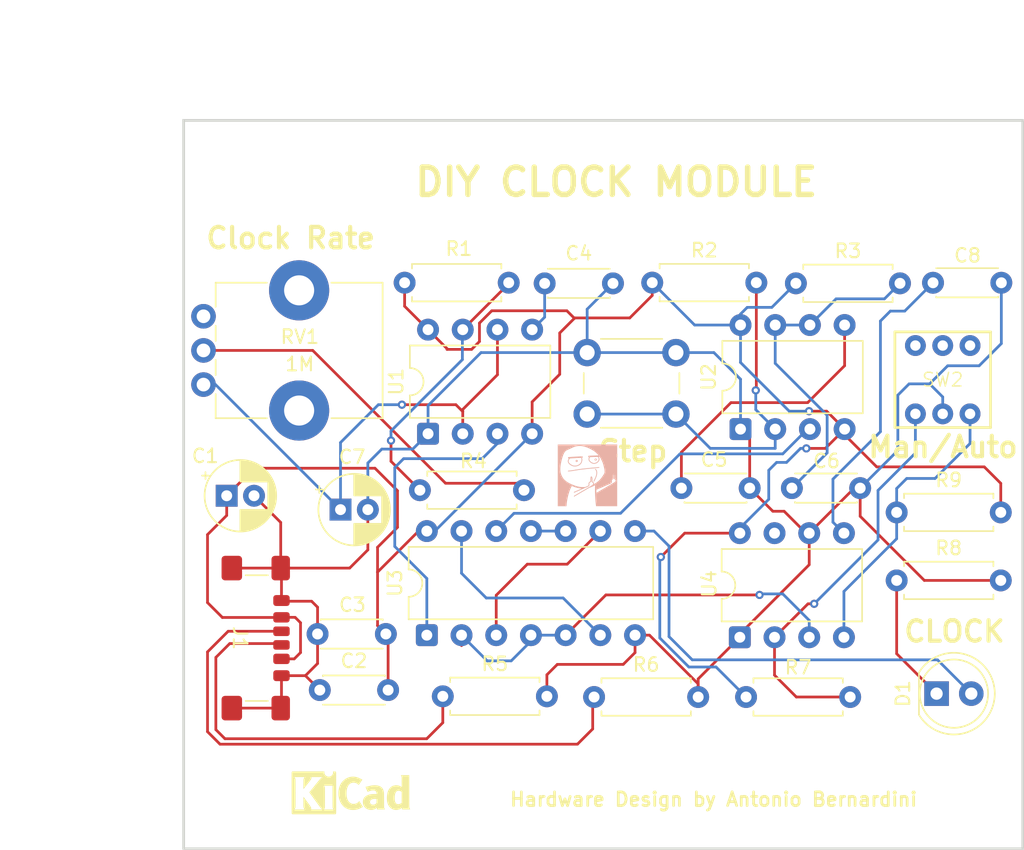
<source format=kicad_pcb>
(kicad_pcb (version 20241229) (generator "pcbnew") (generator_version "9.0")
  (layers (0 "F.Cu" signal) (2 "B.Cu" signal) (13 "F.Paste" user) (15 "B.Paste" user) (5 "F.SilkS" user "F.Silkscreen") (7 "B.SilkS" user "B.Silkscreen") (1 "F.Mask" user) (3 "B.Mask" user) (25 "Edge.Cuts" user))
  (net 0 "")
  (net 1 "Net-(U1-CV)")
  (net 2 "GND")
  (net 3 "Net-(U1-THR)")
  (net 4 "VCC")
  (net 5 "Net-(D1-K)")
  (net 6 "Net-(U1-DIS)")
  (net 8 "OUT_A")
  (net 9 "Net-(U2-CV)")
  (net 10 "Net-(U2-DIS)")
  (net 11 "Net-(SW2-A)")
  (net 12 "OUT_M")
  (net 13 "Net-(U2-TR)")
  (net 14 "Net-(SW2-C)")
  (net 15 "OUT_B")
  (net 16 "OUT_MUX")
  (net 17 "Net-(U4-CV)")
  (net 18 "Net-(J1-CC2)")
  (net 19 "Net-(J1-CC1)")
  (net 20 "Net-(R4-Pad2)")
  (net 21 "Net-(U3-Pad3)")
  (net 22 "Net-(U3-Pad10)")
  (net 23 "Net-(U3-Pad13)")
  (footprint "Resistor_THT:R_Axial_DIN0207_L6.3mm_D2.5mm_P7.62mm_Horizontal" (layer "F.Cu") (at 140.6652 99.822)
    (property "Reference" "R7")
    (property "Value" "1K")
  )
  (footprint "custom-footprints:DPDT-pushbutton" (layer "F.Cu") (at 160.1724 76.5556 90)
    (property "Reference" "SW2")
    (property "Value" "SW_SPDT")
  )
  (footprint "LED_THT:LED_D5.0mm" (layer "F.Cu") (at 154.61 99.575)
    (property "Reference" "D1")
    (property "Value" "BLUE")
  )
  (footprint "MountingHole:MountingHole_3.2mm_M3" (layer "F.Cu") (at 156.972 61.6204)
    (property "Reference" "H1" (hide yes))
    (property "Value" "MountingHole" (hide yes))
  )
  (footprint "Package_DIP:DIP-14_W7.62mm" (layer "F.Cu") (at 117.2972 95.2958 90)
    (property "Reference" "U3")
    (property "Value" "74LS00")
  )
  (footprint "MountingHole:MountingHole_3.2mm_M3" (layer "F.Cu") (at 103.378 61.4172)
    (property "Reference" "H2" (hide yes))
    (property "Value" "MountingHole" (hide yes))
  )
  (footprint "Resistor_THT:R_Axial_DIN0207_L6.3mm_D2.5mm_P7.62mm_Horizontal" (layer "F.Cu") (at 115.6716 69.4944)
    (property "Reference" "R1")
    (property "Value" "1K")
  )
  (footprint "Connector_USB:USB_C_Receptacle_GCT_USB4135-GF-A_6P_TopMnt_Horizontal" (layer "F.Cu") (at 103.6249 95.5098 -90)
    (property "Reference" "J1")
    (property "Value" "USB_C_Receptacle_PowerOnly_6P" (hide yes))
  )
  (footprint "Resistor_THT:R_Axial_DIN0207_L6.3mm_D2.5mm_P7.62mm_Horizontal" (layer "F.Cu") (at 118.4656 99.7712)
    (property "Reference" "R5")
    (property "Value" "5.1K")
  )
  (footprint "Package_DIP:DIP-8_W7.62mm" (layer "F.Cu") (at 140.2588 80.2132 90)
    (property "Reference" "U2")
    (property "Value" "NE555P")
  )
  (footprint "Package_DIP:DIP-8_W7.62mm" (layer "F.Cu") (at 117.3864 80.552 90)
    (property "Reference" "U1")
    (property "Value" "NE555P")
  )
  (footprint "MountingHole:MountingHole_3.2mm_M3" (layer "F.Cu") (at 103.2256 107.0864)
    (property "Reference" "H4" (hide yes))
    (property "Value" "MountingHole" (hide yes))
  )
  (footprint "Capacitor_THT:C_Disc_D4.3mm_W1.9mm_P5.00mm" (layer "F.Cu") (at 135.93 84.5312)
    (property "Reference" "C5")
    (property "Value" "0.01µF")
  )
  (footprint "Button_Switch_THT:SW_PUSH_6mm_H5mm" (layer "F.Cu") (at 129.0332 74.6104)
    (property "Reference" "SW1")
    (property "Value" "SW_Push")
  )
  (footprint "Resistor_THT:R_Axial_DIN0207_L6.3mm_D2.5mm_P7.62mm_Horizontal" (layer "F.Cu") (at 151.6888 91.2876)
    (property "Reference" "R8")
    (property "Value" "220")
  )
  (footprint "Capacitor_THT:C_Disc_D4.3mm_W1.9mm_P5.00mm" (layer "F.Cu") (at 114.4632 99.314 180)
    (property "Reference" "C2")
    (property "Value" "0.1µF")
  )
  (footprint "Package_DIP:DIP-8_W7.62mm" (layer "F.Cu") (at 140.208 95.4482 90)
    (property "Reference" "U4")
    (property "Value" "NE555P")
  )
  (footprint "Capacitor_THT:CP_Radial_D5.0mm_P2.00mm" (layer "F.Cu") (at 110.9792 86.106)
    (property "Reference" "C7")
    (property "Value" "1µF")
  )
  (footprint "MountingHole:MountingHole_3.2mm_M3" (layer "F.Cu") (at 157.1244 107.0356)
    (property "Reference" "H3" (hide yes))
    (property "Value" "MountingHole" (hide yes))
  )
  (footprint "Capacitor_THT:C_Disc_D4.3mm_W1.9mm_P5.00mm" (layer "F.Cu") (at 125.9224 69.5452)
    (property "Reference" "C4")
    (property "Value" "0.01µF")
  )
  (footprint "Capacitor_THT:C_Disc_D4.3mm_W1.9mm_P5.00mm" (layer "F.Cu") (at 114.299199 95.2088 180)
    (property "Reference" "C3")
    (property "Value" "0.1µF")
  )
  (footprint "Capacitor_THT:CP_Radial_D5.0mm_P2.00mm" (layer "F.Cu") (at 102.648 85.09)
    (property "Reference" "C1")
    (property "Value" "10µF")
  )
  (footprint "Resistor_THT:R_Axial_DIN0207_L6.3mm_D2.5mm_P7.62mm_Horizontal" (layer "F.Cu") (at 151.6888 86.3092)
    (property "Reference" "R9")
    (property "Value" "1K")
  )
  (footprint "Capacitor_THT:C_Disc_D4.3mm_W1.9mm_P5.00mm" (layer "F.Cu") (at 144.018 84.5312)
    (property "Reference" "C6")
    (property "Value" "0.1µF")
  )
  (footprint "Potentiometer_THT:Potentiometer_Bourns_PTV09A-1_Single_Vertical" (layer "F.Cu") (at 100.95 76.9532)
    (property "Reference" "RV1")
    (property "Value" "1M")
  )
  (footprint "Resistor_THT:R_Axial_DIN0207_L6.3mm_D2.5mm_P7.62mm_Horizontal" (layer "F.Cu") (at 144.3118 69.541)
    (property "Reference" "R3")
    (property "Value" "1M")
  )
  (footprint "Resistor_THT:R_Axial_DIN0207_L6.3mm_D2.5mm_P7.62mm_Horizontal" (layer "F.Cu") (at 133.7962 69.4902)
    (property "Reference" "R2")
    (property "Value" "1K")
  )
  (footprint "Capacitor_THT:C_Disc_D4.3mm_W1.9mm_P5.00mm" (layer "F.Cu") (at 154.35 69.5)
    (property "Reference" "C8")
    (property "Value" "0.01µF")
  )
  (footprint "Resistor_THT:R_Axial_DIN0207_L6.3mm_D2.5mm_P7.62mm_Horizontal" (layer "F.Cu") (at 129.54 99.822)
    (property "Reference" "R6")
    (property "Value" "5.1K")
  )
  (footprint "Resistor_THT:R_Axial_DIN0207_L6.3mm_D2.5mm_P7.62mm_Horizontal" (layer "F.Cu") (at 116.7892 84.6836)
    (property "Reference" "R4")
    (property "Value" "1K")
  )
  (gr_poly (pts (xy 109.798555 105.285822) (xy 109.797615 105.292502) (xy 109.79691 105.299785) (xy 109.796431 105.307591) (xy 109.796174 105.315836) (xy 109.796131 105.324439) (xy 109.796298 105.333317) (xy 109.797232 105.351571) (xy 109.798927 105.369941) (xy 109.800044 105.378964) (xy 109.801333 105.38777) (xy 109.802787 105.396275) (xy 109.804401 105.404399) (xy 109.806167 105.412059) (xy 109.80808 105.419172) (xy 109.814791 105.439617) (xy 109.822724 105.459383) (xy 109.831838 105.478431) (xy 109.84209 105.496717) (xy 109.853437 105.514202) (xy 109.865838 105.530843) (xy 109.879249 105.546599) (xy 109.893629 105.56143) (xy 109.908934 105.575293) (xy 109.925124 105.588147) (xy 109.942154 105.599951) (xy 109.959984 105.610664) (xy 109.97857 105.620244) (xy 109.99787 105.62865) (xy 110.017842 105.635841) (xy 110.038444 105.641775) (xy 110.04642 105.643652) (xy 110.05483 105.645312) (xy 110.06361 105.646756) (xy 110.072696 105.647982) (xy 110.082027 105.648988) (xy 110.091538 105.649774) (xy 110.101167 105.65034) (xy 110.110851 105.650683) (xy 110.120527 105.650802) (xy 110.130132 105.650698) (xy 110.139602 105.650368) (xy 110.148874 105.649812) (xy 110.157887 105.649028) (xy 110.166575 105.648016) (xy 110.174877 105.646775) (xy 110.18273 105.645303) (xy 110.194554 105.642573) (xy 110.206208 105.639415) (xy 110.228971 105.631856) (xy 110.250949 105.622696) (xy 110.272071 105.612009) (xy 110.292267 105.599867) (xy 110.311466 105.586342) (xy 110.329599 105.571506) (xy 110.346595 105.555433) (xy 110.362384 105.538193) (xy 110.376896 105.51986) (xy 110.390059 105.500506) (xy 110.401805 105.480203) (xy 110.412063 105.459023) (xy 110.420761 105.43704) (xy 110.427831 105.414325) (xy 110.430734 105.402715) (xy 110.433202 105.39095) (xy 110.434527 105.383218) (xy 110.435595 105.375262) (xy 110.436414 105.366927) (xy 110.436995 105.358054) (xy 110.437343 105.348486) (xy 110.437469 105.338066) (xy 110.437379 105.326638) (xy 110.437083 105.314044) (xy 110.435319 105.265714) (xy 110.513283 105.265714) (xy 110.538169 105.265745) (xy 110.548427 105.2658) (xy 110.557391 105.265896) (xy 110.565186 105.266043) (xy 110.571934 105.266253) (xy 110.577757 105.266537) (xy 110.58278 105.266904) (xy 110.587125 105.267367) (xy 110.589081 105.267638) (xy 110.590915 105.267936) (xy 110.59264 105.268263) (xy 110.594272 105.268621) (xy 110.595828 105.269011) (xy 110.597321 105.269435) (xy 110.598768 105.269892) (xy 110.600184 105.270386) (xy 110.602984 105.271487) (xy 110.605843 105.272748) (xy 110.608886 105.27418) (xy 110.612742 105.276114) (xy 110.616501 105.278206) (xy 110.620156 105.280451) (xy 110.623702 105.28284) (xy 110.627133 105.285368) (xy 110.630441 105.288028) (xy 110.633621 105.290813) (xy 110.636667 105.293716) (xy 110.639572 105.29673) (xy 110.642331 105.29985) (xy 110.644936 105.303068) (xy 110.647382 105.306377) (xy 110.649663 105.309771) (xy 110.651773 105.313243) (xy 110.653704 105.316786) (xy 110.655452 105.320394) (xy 110.658991 105.360523) (xy 110.661008 105.542733) (xy 110.662861 106.824992) (xy 110.662464 107.971255) (xy 110.661422 108.241339) (xy 110.660647 108.308636) (xy 110.659686 108.333822) (xy 110.6585 108.339039) (xy 110.657062 108.344102) (xy 110.655376 108.349009) (xy 110.653446 108.353754) (xy 110.651276 108.358334) (xy 110.648871 108.362744) (xy 110.646234 108.366981) (xy 110.64337 108.37104) (xy 110.640282 108.374917) (xy 110.636976 108.378608) (xy 110.633454 108.382109) (xy 110.629722 108.385416) (xy 110.625783 108.388524) (xy 110.621641 108.39143) (xy 110.617301 108.394129) (xy 110.612766 108.396617) (xy 110.5916 108.4072) (xy 109.030558 108.4072) (xy 107.469163 108.4072) (xy 107.452583 108.399086) (xy 107.448718 108.396996) (xy 107.444819 108.394583) (xy 107.440915 108.391883) (xy 107.437039 108.388927) (xy 107.43322 108.385751) (xy 107.42949 108.382386) (xy 107.42588 108.378868) (xy 107.42242 108.37523) (xy 107.419143 108.371504) (xy 107.416079 108.367725) (xy 107.413258 108.363927) (xy 107.410712 108.360143) (xy 107.408473 108.356406) (xy 107.40657 108.35275) (xy 107.405035 108.349209) (xy 107.403899 108.345817) (xy 107.401856 108.052658) (xy 107.600397 108.052658) (xy 107.973636 108.052658) (xy 108.346522 108.052658) (xy 108.333822 108.035725) (xy 108.328477 108.028438) (xy 108.323292 108.020738) (xy 108.318271 108.012634) (xy 108.313416 108.004135) (xy 108.30873 107.995249) (xy 108.304217 107.985986) (xy 108.29988 107.976353) (xy 108.295722 107.96636) (xy 108.291745 107.956016) (xy 108.287954 107.945329) (xy 108.28435 107.934309) (xy 108.280938 107.922963) (xy 108.27772 107.911301) (xy 108.2747 107.899332) (xy 108.27188 107.887064) (xy 108.269263 107.874506) (xy 108.267484 107.862806) (xy 108.266077 107.846923) (xy 108.264148 107.78931) (xy 108.263013 107.675076) (xy 108.262208 107.477631) (xy 108.261938 107.330792) (xy 108.262164 107.216002) (xy 108.262853 107.141626) (xy 108.263361 107.122209) (xy 108.263653 107.117401) (xy 108.263972 107.116033) (xy 108.510431 107.451701) (xy 108.76033 107.796895) (xy 108.770965 107.813815) (xy 108.781315 107.831252) (xy 108.791193 107.848829) (xy 108.800414 107.866171) (xy 108.808792 107.882901) (xy 108.816141 107.898643) (xy 108.822274 107.913021) (xy 108.824826 107.919581) (xy 108.827005 107.925658) (xy 108.829084 107.932279) (xy 108.830957 107.938788) (xy 108.832621 107.945198) (xy 108.834077 107.951521) (xy 108.835324 107.95777) (xy 108.836363 107.963957) (xy 108.837191 107.970094) (xy 108.837809 107.976194) (xy 108.838216 107.982269) (xy 108.838412 107.988331) (xy 108.838396 107.994394) (xy 108.838167 108.000469) (xy 108.837726 108.006569) (xy 108.837071 108.012706) (xy 108.836202 108.018893) (xy 108.835119 108.025142) (xy 108.830533 108.052658) (xy 109.237991 108.052658) (xy 109.770333 108.052658) (xy 110.118524 108.052658) (xy 110.467069 108.052658) (xy 110.457544 108.041017) (xy 110.451247 108.032945) (xy 110.445319 108.024732) (xy 110.439755 108.016366) (xy 110.434553 108.007839) (xy 110.429708 107.99914) (xy 110.425217 107.99026) (xy 110.421077 107.981189) (xy 110.417283 107.971916) (xy 110.413833 107.962433) (xy 110.410722 107.952729) (xy 110.407946 107.942795) (xy 110.405504 107.93262) (xy 110.403389 107.922195) (xy 110.4016 107.911511) (xy 110.400133 107.900556) (xy 110.398983 107.889322) (xy 110.396425 107.655916) (xy 110.395455 107.081461) (xy 110.395455 106.313464) (xy 110.082894 106.313464) (xy 109.998091 106.313516) (xy 109.929276 106.313679) (xy 109.875037 106.313966) (xy 109.833965 106.31439) (xy 109.804651 106.314963) (xy 109.793962 106.315309) (xy 109.785684 106.315696) (xy 109.779641 106.316128) (xy 109.775656 106.316604) (xy 109.773552 106.317127) (xy 109.773152 106.317406) (xy 109.773155 106.317697) (xy 109.778711 106.325502) (xy 109.783077 106.331439) (xy 109.785483 106.334612) (xy 109.787972 106.337805) (xy 109.79085 106.341759) (xy 109.793782 106.346053) (xy 109.796746 106.350647) (xy 109.799724 106.355499) (xy 109.805633 106.365822) (xy 109.811343 106.376699) (xy 109.81669 106.387808) (xy 109.821508 106.398825) (xy 109.823666 106.404199) (xy 109.825631 106.409429) (xy 109.82738 106.414475) (xy 109.828894 106.419297) (xy 109.832896 106.43703) (xy 109.835971 106.464657) (xy 109.839742 106.577121) (xy 109.840999 106.811757) (xy 109.840536 107.223631) (xy 109.839654 107.545419) (xy 109.838507 107.75853) (xy 109.837793 107.829395) (xy 109.836964 107.879169) (xy 109.836002 107.909876) (xy 109.834891 107.923542) (xy 109.833315 107.930858) (xy 109.831492 107.938132) (xy 109.829414 107.945382) (xy 109.827075 107.952624) (xy 109.824467 107.959874) (xy 109.821583 107.967148) (xy 109.818417 107.974464) (xy 109.814959 107.981838) (xy 109.811204 107.989287) (xy 109.807144 107.996826) (xy 109.802772 108.004472) (xy 109.798081 108.012243) (xy 109.793063 108.020155) (xy 109.787711 108.028223) (xy 109.782018 108.036465) (xy 109.775977 108.044897) (xy 109.770333 108.052658) (xy 109.237991 108.052658) (xy 109.645802 108.052306) (xy 109.628163 108.037842) (xy 109.610499 108.022222) (xy 109.589705 108.002051) (xy 109.566455 107.978069) (xy 109.541424 107.951014) (xy 109.515285 107.921628) (xy 109.488711 107.890651) (xy 109.462378 107.858821) (xy 109.436958 107.82688) (xy 109.055252 107.303358) (xy 108.903222 107.093615) (xy 108.78939 106.935367) (xy 108.718355 106.834996) (xy 108.700323 106.80851) (xy 108.695929 106.80154) (xy 108.694713 106.798886) (xy 109.336769 105.999492) (xy 109.38849 105.93652) (xy 109.412109 105.908357) (xy 109.434362 105.882276) (xy 109.455343 105.858177) (xy 109.475148 105.83596) (xy 109.493874 105.815527) (xy 109.511614 105.796777) (xy 109.528467 105.77961) (xy 109.544525 105.763926) (xy 109.559887 105.749627) (xy 109.574646 105.736612) (xy 109.588899 105.724781) (xy 109.602741 105.714034) (xy 109.616267 105.704273) (xy 109.629575 105.695397) (xy 109.64545 105.685519) (xy 109.246458 105.685519) (xy 108.847466 105.685519) (xy 108.850994 105.698572) (xy 108.851826 105.702323) (xy 108.852473 105.706766) (xy 108.852942 105.711809) (xy 108.853237 105.717358) (xy 108.853365 105.72332) (xy 108.853332 105.729603) (xy 108.852802 105.742758) (xy 108.851693 105.756078) (xy 108.850936 105.762567) (xy 108.850051 105.768819) (xy 108.849045 105.77474) (xy 108.847922 105.780237) (xy 108.846688 105.785218) (xy 108.845349 105.789589) (xy 108.842025 105.79845) (xy 108.838151 105.807812) (xy 108.833749 105.817637) (xy 108.828841 105.827887) (xy 108.817587 105.849517) (xy 108.80456 105.872403) (xy 108.789928 105.896249) (xy 108.773862 105.920756) (xy 108.756531 105.945627) (xy 108.738105 105.970564) (xy 108.487633 106.288417) (xy 108.260797 106.575578) (xy 108.262208 106.2355) (xy 108.262695 106.115456) (xy 108.263261 106.025112) (xy 108.263649 105.989424) (xy 108.264149 105.959176) (xy 108.26479 105.933707) (xy 108.265603 105.912355) (xy 108.266619 105.89446) (xy 108.267868 105.87936) (xy 108.269381 105.866392) (xy 108.271187 105.854897) (xy 108.273318 105.844211) (xy 108.275804 105.833675) (xy 108.281963 105.810403) (xy 108.284046 105.803311) (xy 108.286437 105.795968) (xy 108.289106 105.788437) (xy 108.292023 105.78078) (xy 108.295157 105.773062) (xy 108.298477 105.765345) (xy 108.301953 105.757692) (xy 108.305555 105.750166) (xy 108.309252 105.74283) (xy 108.313014 105.735747) (xy 108.31681 105.728981) (xy 108.320609 105.722594) (xy 108.324382 105.716649) (xy 108.328097 105.71121) (xy 108.331724 105.706339) (xy 108.335233 105.7021) (xy 108.35005 105.685519) (xy 107.975399 105.685519) (xy 107.601102 105.685519) (xy 107.618741 105.706686) (xy 107.624741 105.714105) (xy 107.63044 105.721555) (xy 107.635845 105.729051) (xy 107.640961 105.736606) (xy 107.645793 105.744236) (xy 107.650348 105.751955) (xy 107.654632 105.759777) (xy 107.658649 105.767717) (xy 107.662406 105.775789) (xy 107.665908 105.784008) (xy 107.669161 105.792388) (xy 107.67217 105.800944) (xy 107.674942 105.80969) (xy 107.677482 105.818641) (xy 107.679796 105.82781) (xy 107.681888 105.837214) (xy 107.68487 105.880589) (xy 107.686695 106.018057) (xy 107.688591 106.832047) (xy 107.689002 107.159929) (xy 107.689104 107.411727) (xy 107.688783 107.59814) (xy 107.68843 107.67017) (xy 107.68793 107.729867) (xy 107.687268 107.778566) (xy 107.686431 107.817606) (xy 107.685405 107.848325) (xy 107.684176 107.872058) (xy 107.68273 107.890145) (xy 107.681053 107.903921) (xy 107.67913 107.914725) (xy 107.676949 107.923894) (xy 107.674768 107.931681) (xy 107.672328 107.939426) (xy 107.669635 107.947117) (xy 107.666697 107.954746) (xy 107.663519 107.962302) (xy 107.660107 107.969777) (xy 107.656468 107.977159) (xy 107.652608 107.98444) (xy 107.648533 107.991609) (xy 107.644249 107.998656) (xy 107.639762 108.005573) (xy 107.635079 108.012348) (xy 107.630206 108.018972) (xy 107.625149 108.025436) (xy 107.619914 108.031729) (xy 107.614508 108.037842) (xy 107.600397 108.052658) (xy 107.401856 108.052658) (xy 107.40121 107.959834) (xy 107.400372 106.833811) (xy 107.400372 105.334506) (xy 107.40778 105.318631) (xy 107.409608 105.314752) (xy 107.411526 105.311049) (xy 107.41354 105.307515) (xy 107.415657 105.304145) (xy 107.417883 105.300931) (xy 107.420226 105.297869) (xy 107.422691 105.294951) (xy 107.425287 105.292172) (xy 107.428018 105.289525) (xy 107.430893 105.287005) (xy 107.433918 105.284604) (xy 107.437099 105.282316) (xy 107.440444 105.280137) (xy 107.443958 105.278058) (xy 107.44765 105.276075) (xy 107.451524 105.27418) (xy 107.469163 105.265714) (xy 108.635447 105.265714) (xy 109.80173 105.265714)) (fill yes) (layer "F.SilkS"))
  (gr_poly (pts (xy 111.92022 105.650904) (xy 111.94588 105.651443) (xy 111.968978 105.652396) (xy 111.988247 105.653769) (xy 112.023335 105.657742) (xy 112.059602 105.663261) (xy 112.096736 105.670252) (xy 112.134429 105.67864) (xy 112.17237 105.688351) (xy 112.210249 105.699311) (xy 112.247755 105.711444) (xy 112.28458 105.724678) (xy 112.29647 105.729411) (xy 112.311369 105.735752) (xy 112.347816 105.75215) (xy 112.389157 105.771658) (xy 112.43063 105.792058) (xy 112.45059 105.801993) (xy 112.470185 105.811538) (xy 112.488921 105.820472) (xy 112.506301 105.828571) (xy 112.521829 105.835611) (xy 112.535008 105.84137) (xy 112.545343 105.845624) (xy 112.552338 105.84815) (xy 112.562492 105.851281) (xy 112.571653 105.854147) (xy 112.575552 105.855398) (xy 112.57883 105.856484) (xy 112.581364 105.857372) (xy 112.58303 105.858028) (xy 112.583501 105.858853) (xy 112.583142 105.860747) (xy 112.579624 105.868209) (xy 112.571856 105.88135) (xy 112.559218 105.901111) (xy 112.516851 105.964241) (xy 112.447564 106.065108) (xy 112.306452 106.270425) (xy 112.284227 106.244672) (xy 112.272184 106.231557) (xy 112.259618 106.218946) (xy 112.246552 106.206853) (xy 112.233008 106.195294) (xy 112.21901 106.184286) (xy 112.204579 106.173842) (xy 112.18974 106.16398) (xy 112.174513 106.154714) (xy 112.158923 106.14606) (xy 112.142992 106.138033) (xy 112.126743 106.130649) (xy 112.110198 106.123923) (xy 112.09338 106.117871) (xy 112.076312 106.112509) (xy 112.059016 106.107851) (xy 112.041516 106.103914) (xy 112.019969 106.099874) (xy 111.998352 106.096744) (xy 111.976715 106.094517) (xy 111.955102 106.093187) (xy 111.933562 106.092746) (xy 111.912141 106.093186) (xy 111.890887 106.0945) (xy 111.869846 106.096682) (xy 111.849065 106.099723) (xy 111.828592 106.103618) (xy 111.808473 106.108357) (xy 111.788756 106.113935) (xy 111.769488 106.120344) (xy 111.750715 106.127576) (xy 111.732485 106.135625) (xy 111.714844 106.144483) (xy 111.682216 106.164266) (xy 111.651297 106.18757) (xy 111.622127 106.214304) (xy 111.594745 106.244375) (xy 111.56919 106.277691) (xy 111.545502 106.31416) (xy 111.52372 106.35369) (xy 111.503883 106.39619) (xy 111.48603 106.441568) (xy 111.470201 106.48973) (xy 111.456434 106.540586) (xy 111.44477 106.594043) (xy 111.435248 106.65001) (xy 111.427906 106.708394) (xy 111.422784 106.769104) (xy 111.419922 106.832047) (xy 111.419284 106.867257) (xy 111.419353 106.901956) (xy 111.420122 106.936114) (xy 111.421586 106.969702) (xy 111.423741 107.002688) (xy 111.426582 107.035043) (xy 111.430102 107.066734) (xy 111.434297 107.097733) (xy 111.439162 107.128008) (xy 111.444692 107.15753) (xy 111.450881 107.186266) (xy 111.457724 107.214188) (xy 111.465216 107.241265) (xy 111.473353 107.267465) (xy 111.482127 107.292759) (xy 111.491536 107.317117) (xy 111.504816 107.347786) (xy 111.519249 107.377078) (xy 111.534819 107.404981) (xy 111.551513 107.431483) (xy 111.569318 107.456571) (xy 111.588218 107.480232) (xy 111.608201 107.502455) (xy 111.629251 107.523227) (xy 111.651356 107.542536) (xy 111.674501 107.560368) (xy 111.698673 107.576712) (xy 111.723856 107.591556) (xy 111.750039 107.604886) (xy 111.777205 107.616691) (xy 111.805342 107.626958) (xy 111.834436 107.635675) (xy 111.844986 107.638384) (xy 111.854412 107.640476) (xy 111.863507 107.642031) (xy 111.873065 107.643127) (xy 111.88388 107.643843) (xy 111.896745 107.644257) (xy 111.912455 107.644448) (xy 111.931802 107.644494) (xy 111.949663 107.644422) (xy 111.964952 107.64418) (xy 111.978175 107.643732) (xy 111.989834 107.643039) (xy 112.000435 107.642066) (xy 112.010483 107.640774) (xy 112.02048 107.639126) (xy 112.030933 107.637086) (xy 112.044771 107.634) (xy 112.05826 107.630686) (xy 112.071432 107.627133) (xy 112.084318 107.623328) (xy 112.09695 107.619258) (xy 112.109359 107.614911) (xy 112.121577 107.610274) (xy 112.133635 107.605336) (xy 112.145565 107.600084) (xy 112.157399 107.594505) (xy 112.169167 107.588587) (xy 112.180902 107.582317) (xy 112.192635 107.575684) (xy 112.204397 107.568675) (xy 112.21622 107.561277) (xy 112.228136 107.553478) (xy 112.23554 107.548415) (xy 112.243402 107.542806) (xy 112.260112 107.530277) (xy 112.277491 107.51655) (xy 112.294767 107.502281) (xy 112.311166 107.488128) (xy 112.325916 107.474748) (xy 112.332431 107.468553) (xy 112.338243 107.462798) (xy 112.343256 107.457565) (xy 112.347374 107.452936) (xy 112.348432 107.451717) (xy 112.349484 107.450575) (xy 112.350524 107.449515) (xy 112.351547 107.448537) (xy 112.352548 107.447647) (xy 112.35352 107.446846) (xy 112.354458 107.446139) (xy 112.355356 107.445528) (xy 112.355789 107.445259) (xy 112.356209 107.445016) (xy 112.356616 107.444798) (xy 112.357011 107.444606) (xy 112.35739 107.44444) (xy 112.357755 107.444301) (xy 112.358105 107.44419) (xy 112.358437 107.444105) (xy 112.358753 107.444049) (xy 112.359052 107.444021) (xy 112.359331 107.444022) (xy 112.359592 107.444052) (xy 112.359832 107.444111) (xy 112.360052 107.4442) (xy 112.360251 107.444319) (xy 112.360427 107.444469) (xy 112.400291 107.508851) (xy 112.492014 107.658958) (xy 112.62113 107.870272) (xy 112.599258 107.878033) (xy 112.590108 107.881335) (xy 112.581487 107.884736) (xy 112.572271 107.888799) (xy 112.561334 107.894085) (xy 112.547554 107.901157) (xy 112.529805 107.910577) (xy 112.477902 107.938711) (xy 112.448379 107.954494) (xy 112.419651 107.969195) (xy 112.391584 107.982856) (xy 112.364049 107.995519) (xy 112.336912 108.007228) (xy 112.310043 108.018024) (xy 112.283309 108.02795) (xy 112.256578 108.037048) (xy 112.22972 108.04536) (xy 112.202601 108.05293) (xy 112.175091 108.059798) (xy 112.147057 108.066009) (xy 112.118368 108.071603) (xy 112.088892 108.076624) (xy 112.058498 108.081113) (xy 112.027052 108.085114) (xy 112.000723 108.087266) (xy 111.967036 108.088708) (xy 111.928454 108.089455) (xy 111.88744 108.089524) (xy 111.84646 108.088931) (xy 111.807977 108.087694) (xy 111.774455 108.085828) (xy 111.748358 108.08335) (xy 111.69389 108.074868) (xy 111.64106 108.064093) (xy 111.589836 108.051006) (xy 111.540186 108.035587) (xy 111.492078 108.017819) (xy 111.44548 107.997681) (xy 111.40036 107.975154) (xy 111.356686 107.95022) (xy 111.314426 107.92286) (xy 111.273548 107.893053) (xy 111.234019 107.860782) (xy 111.195808 107.826026) (xy 111.158883 107.788767) (xy 111.123212 107.748986) (xy 111.088762 107.706664) (xy 111.055502 107.661781) (xy 111.024941 107.616204) (xy 110.996503 107.568944) (xy 110.970202 107.520063) (xy 110.946053 107.469621) (xy 110.92407 107.417681) (xy 110.904268 107.364304) (xy 110.886661 107.309551) (xy 110.871264 107.253484) (xy 110.858091 107.196165) (xy 110.847157 107.137654) (xy 110.838475 107.078014) (xy 110.832062 107.017305) (xy 110.82793 106.95559) (xy 110.826095 106.89293) (xy 110.826571 106.829386) (xy 110.829372 106.76502) (xy 110.834372 106.702427) (xy 110.841446 106.641627) (xy 110.850608 106.582584) (xy 110.861871 106.525263) (xy 110.875252 106.469628) (xy 110.890763 106.415645) (xy 110.908421 106.363279) (xy 110.928238 106.312494) (xy 110.950229 106.263255) (xy 110.97441 106.215527) (xy 111.000795 106.169275) (xy 111.029397 106.124463) (xy 111.060231 106.081057) (xy 111.093313 106.039022) (xy 111.128656 105.998322) (xy 111.166275 105.958922) (xy 111.200171 105.92633) (xy 111.234906 105.895501) (xy 111.27046 105.866443) (xy 111.306812 105.839165) (xy 111.343941 105.813678) (xy 111.381827 105.78999) (xy 111.420449 105.768111) (xy 111.459785 105.748049) (xy 111.499817 105.729815) (xy 111.540522 105.713418) (xy 111.58188 105.698866) (xy 111.623871 105.68617) (xy 111.666474 105.675338) (xy 111.709668 105.66638) (xy 111.753432 105.659305) (xy 111.797747 105.654122) (xy 111.817247 105.652718) (xy 111.84051 105.651686) (xy 111.86627 105.651034) (xy 111.893261 105.650771)) (fill yes) (layer "F.SilkS"))
  (gr_poly (pts (xy 116.011677 106.684586) (xy 116.012648 107.543291) (xy 116.013761 107.77247) (xy 116.015205 107.860395) (xy 116.016888 107.874009) (xy 116.018763 107.887204) (xy 116.020831 107.899982) (xy 116.023093 107.912347) (xy 116.025552 107.9243) (xy 116.028209 107.935844) (xy 116.031066 107.946982) (xy 116.034123 107.957717) (xy 116.037383 107.968051) (xy 116.040847 107.977986) (xy 116.044517 107.987525) (xy 116.048394 107.996671) (xy 116.05248 108.005427) (xy 116.056776 108.013794) (xy 116.061284 108.021776) (xy 116.066005 108.029375) (xy 116.081527 108.052658) (xy 115.785547 108.052658) (xy 115.489566 108.052658) (xy 115.489566 107.985278) (xy 115.489566 107.917897) (xy 115.46593 107.93977) (xy 115.456111 107.948467) (xy 115.445734 107.957081) (xy 115.434844 107.965584) (xy 115.423487 107.97395) (xy 115.411708 107.982153) (xy 115.399553 107.990166) (xy 115.387067 107.997964) (xy 115.374296 108.005518) (xy 115.361285 108.012805) (xy 115.34808 108.019796) (xy 115.334726 108.026465) (xy 115.321269 108.032787) (xy 115.307754 108.038735) (xy 115.294226 108.044282) (xy 115.280732 108.049402) (xy 115.267316 108.05407) (xy 115.245824 108.060721) (xy 115.223737 108.066649) (xy 115.201137 108.071851) (xy 115.178107 108.076322) (xy 115.15473 108.08006) (xy 115.131089 108.08306) (xy 115.107265 108.085319) (xy 115.083343 108.086834) (xy 115.059403 108.0876) (xy 115.03553 108.087614) (xy 115.011806 108.086873) (xy 114.988313 108.085373) (xy 114.965135 108.08311) (xy 114.942353 108.080081) (xy 114.920051 108.076281) (xy 114.898311 108.071708) (xy 114.862764 108.062275) (xy 114.828 108.05068) (xy 114.794083 108.036978) (xy 114.761075 108.021223) (xy 114.729041 108.003468) (xy 114.698044 107.983769) (xy 114.668148 107.96218) (xy 114.639416 107.938755) (xy 114.611912 107.913548) (xy 114.5857 107.886614) (xy 114.560842 107.858006) (xy 114.537403 107.827779) (xy 114.515446 107.795987) (xy 114.495034 107.762685) (xy 114.476232 107.727927) (xy 114.459103 107.691767) (xy 114.446943 107.66309) (xy 114.435729 107.63405) (xy 114.425452 107.604608) (xy 114.416108 107.574722) (xy 114.40769 107.544352) (xy 114.400192 107.513458) (xy 114.393607 107.482) (xy 114.38793 107.449937) (xy 114.383154 107.41723) (xy 114.379273 107.383837) (xy 114.376281 107.349719) (xy 114.374171 107.314835) (xy 114.372938 107.279144) (xy 114.372575 107.242608) (xy 114.372659 107.236358) (xy 114.944748 107.236358) (xy 114.946509 107.295289) (xy 114.94828 107.323454) (xy 114.950652 107.350449) (xy 114.953631 107.376046) (xy 114.957225 107.40002) (xy 114.961667 107.423656) (xy 114.966787 107.446267) (xy 114.972574 107.467838) (xy 114.97902 107.488352) (xy 114.986114 107.507793) (xy 114.989902 107.517106) (xy 114.993849 107.526145) (xy 114.997953 107.534908) (xy 115.002214 107.543392) (xy 115.00663 107.551597) (xy 115.0112 107.559519) (xy 115.015923 107.567157) (xy 115.020798 107.574509) (xy 115.025823 107.581572) (xy 115.030998 107.588346) (xy 115.036321 107.594827) (xy 115.041792 107.601013) (xy 115.047408 107.606904) (xy 115.053169 107.612496) (xy 115.059074 107.617788) (xy 115.065122 107.622778) (xy 115.07131 107.627464) (xy 115.077639 107.631843) (xy 115.084107 107.635914) (xy 115.090713 107.639675) (xy 115.097455 107.643124) (xy 115.104333 107.646258) (xy 115.122468 107.653079) (xy 115.141477 107.658342) (xy 115.161253 107.66207) (xy 115.181685 107.664283) (xy 115.202665 107.665004) (xy 115.224084 107.664254) (xy 115.245832 107.662055) (xy 115.267801 107.658429) (xy 115.289882 107.653397) (xy 115.311965 107.646982) (xy 115.333942 107.639204) (xy 115.355704 107.630086) (xy 115.37714 107.619649) (xy 115.398144 107.607914) (xy 115.418604 107.594905) (xy 115.438413 107.580641) (xy 115.456052 107.567236) (xy 115.457111 107.169303) (xy 115.457317 107.044194) (xy 115.457375 106.948293) (xy 115.457333 106.910067) (xy 115.457235 106.877668) (xy 115.457075 106.850605) (xy 115.456846 106.828387) (xy 115.456544 106.810522) (xy 115.45616 106.796519) (xy 115.455936 106.790812) (xy 115.45569 106.785887) (xy 115.45542 106.781681) (xy 115.455127 106.778133) (xy 115.454808 106.775182) (xy 115.454464 106.772766) (xy 115.454094 106.770825) (xy 115.453696 106.769296) (xy 115.453271 106.768118) (xy 115.452816 106.76723) (xy 115.452333 106.766571) (xy 115.451819 106.766078) (xy 115.444222 106.760161) (xy 115.436273 106.754329) (xy 115.428006 106.748602) (xy 115.419457 106.742998) (xy 115.410663 106.737537) (xy 115.401658 106.732238) (xy 115.392478 106.727119) (xy 115.383159 106.722201) (xy 115.373738 106.717502) (xy 115.364248 106.71304) (xy 115.354726 106.708837) (xy 115.345208 106.704909) (xy 115.335729 106.701278) (xy 115.326326 106.697961) (xy 115.317032 106.694977) (xy 115.307885 106.692347) (xy 115.301564 106.690897) (xy 115.294092 106.689592) (xy 115.285641 106.688437) (xy 115.276384 106.687436) (xy 115.256137 106.685917) (xy 115.234729 106.685071) (xy 115.213535 106.684937) (xy 115.193933 106.685551) (xy 115.185159 106.68615) (xy 115.177299 106.68695) (xy 115.170526 106.687956) (xy 115.165011 106.689172) (xy 115.146956 106.69489) (xy 115.1297 106.701993) (xy 115.113239 106.710483) (xy 115.09757 106.720365) (xy 115.082687 106.731643) (xy 115.068589 106.744319) (xy 115.055271 106.758398) (xy 115.042729 106.773883) (xy 115.030961 106.790778) (xy 115.019962 106.809086) (xy 115.009729 106.828811) (xy 115.000258 106.849956) (xy 114.991546 106.872526) (xy 114.983589 106.896523) (xy 114.976383 106.921952) (xy 114.969924 106.948817) (xy 114.96496 106.973286) (xy 114.960524 106.999313) (xy 114.95662 107.026672) (xy 114.953256 107.055135) (xy 114.948171 107.114462) (xy 114.945318 107.175476) (xy 114.944748 107.236358) (xy 114.372659 107.236358) (xy 114.373077 107.205184) (xy 114.374436 107.166833) (xy 114.376716 107.124555) (xy 114.379598 107.083794) (xy 114.383098 107.044483) (xy 114.387229 107.006551) (xy 114.392008 106.96993) (xy 114.397448 106.93455) (xy 114.403566 106.900342) (xy 114.410375 106.867237) (xy 114.417891 106.835165) (xy 114.426129 106.804058) (xy 114.435105 106.773846) (xy 114.444832 106.744459) (xy 114.455326 106.715829) (xy 114.466601 106.687886) (xy 114.478674 106.660562) (xy 114.491558 106.633786) (xy 114.510232 106.598785) (xy 114.530256 106.565495) (xy 114.551605 106.533932) (xy 114.574257 106.504113) (xy 114.598189 106.476052) (xy 114.623376 106.449766) (xy 114.649797 106.425272) (xy 114.677428 106.402584) (xy 114.706245 106.38172) (xy 114.736225 106.362695) (xy 114.767346 106.345525) (xy 114.799583 106.330226) (xy 114.832913 106.316815) (xy 114.867314 106.305306) (xy 114.902762 106.295717) (xy 114.939233 106.288064) (xy 114.948822 106.286555) (xy 114.959618 106.285207) (xy 114.984179 106.283004) (xy 115.011601 106.281478) (xy 115.040568 106.280655) (xy 115.069768 106.28056) (xy 115.097884 106.281218) (xy 115.123602 106.282652) (xy 115.145608 106.284889) (xy 115.168136 106.288201) (xy 115.190082 106.292053) (xy 115.211453 106.296447) (xy 115.232253 106.301387) (xy 115.25249 106.306874) (xy 115.272168 106.312912) (xy 115.291292 106.319503) (xy 115.30987 106.326649) (xy 115.327906 106.334353) (xy 115.345406 106.342618) (xy 115.362376 106.351447) (xy 115.378822 106.360841) (xy 115.394748 106.370803) (xy 115.410162 106.381337) (xy 115.425068 106.392444) (xy 115.439472 106.404128) (xy 115.458169 106.420003) (xy 115.457111 106.050292) (xy 115.45663 105.928087) (xy 115.456174 105.835913) (xy 115.455922 105.79963) (xy 115.455635 105.769106) (xy 115.455301 105.743757) (xy 115.454906 105.723002) (xy 115.454437 105.706257) (xy 115.45417 105.699206) (xy 115.45388 105.692939) (xy 115.453564 105.687383) (xy 115.453221 105.682465) (xy 115.45285 105.678113) (xy 115.452448 105.674253) (xy 115.452014 105.670812) (xy 115.451546 105.667719) (xy 115.451043 105.664899) (xy 115.450503 105.66228) (xy 115.449305 105.657354) (xy 115.447938 105.652358) (xy 115.44614 105.646409) (xy 115.444066 105.640232) (xy 115.44174 105.633875) (xy 115.439185 105.627383) (xy 115.436423 105.620802) (xy 115.433477 105.614178) (xy 115.43037 105.607557) (xy 115.427124 105.600985) (xy 115.423763 105.594508) (xy 115.420309 105.588173) (xy 115.416784 105.582024) (xy 115.413212 105.576109) (xy 115.409615 105.570472) (xy 115.406016 105.565161) (xy 115.402437 105.560221) (xy 115.398902 105.555697) (xy 115.386908 105.540881) (xy 115.699116 105.540881) (xy 116.011677 105.540881)) (fill yes) (layer "F.SilkS"))
  (gr_poly (pts (xy 113.487821 106.279333) (xy 113.50335 106.279862) (xy 113.540469 106.281714) (xy 113.565398 106.283286) (xy 113.587306 106.2849) (xy 113.607039 106.286662) (xy 113.625445 106.288681) (xy 113.643371 106.291064) (xy 113.661665 106.293918) (xy 113.681174 106.29735) (xy 113.702747 106.301469) (xy 113.736703 106.30891) (xy 113.769377 106.3176) (xy 113.80076 106.327534) (xy 113.830844 106.338704) (xy 113.859619 106.351104) (xy 113.887077 106.364728) (xy 113.913209 106.379567) (xy 113.938006 106.395617) (xy 113.961459 106.41287) (xy 113.98356 106.431318) (xy 114.0043 106.450957) (xy 114.02367 106.471778) (xy 114.041661 106.493776) (xy 114.058265 106.516943) (xy 114.073472 106.541273) (xy 114.087274 106.566758) (xy 114.093024 106.578781) (xy 114.098627 106.59142) (xy 114.109373 106.618462) (xy 114.119465 106.647721) (xy 114.128858 106.67903) (xy 114.137508 106.712224) (xy 114.145367 106.747138) (xy 114.152392 106.783606) (xy 114.158536 106.821464) (xy 114.161589 106.859591) (xy 114.163651 106.942864) (xy 114.166649 107.378853) (xy 114.167994 107.61915) (xy 114.169472 107.783048) (xy 114.170301 107.83918) (xy 114.171213 107.87961) (xy 114.172225 107.905472) (xy 114.173352 107.917897) (xy 114.174977 107.925975) (xy 114.176806 107.933933) (xy 114.178837 107.941768) (xy 114.181069 107.949476) (xy 114.1835 107.957055) (xy 114.186127 107.964499) (xy 114.188948 107.971806) (xy 114.191961 107.978972) (xy 114.195165 107.985993) (xy 114.198557 107.992866) (xy 114.202134 107.999587) (xy 114.205896 108.006152) (xy 114.20984 108.012559) (xy 114.213963 108.018802) (xy 114.218264 108.024879) (xy 114.222741 108.030786) (xy 114.225692 108.034443) (xy 114.228424 108.037946) (xy 114.230883 108.04121) (xy 114.233016 108.044148) (xy 114.234768 108.046671) (xy 114.235484 108.047751) (xy 114.236086 108.048695) (xy 114.236565 108.049492) (xy 114.236916 108.050132) (xy 114.237131 108.050603) (xy 114.237186 108.050772) (xy 114.237205 108.050894) (xy 114.213949 108.051617) (xy 114.150642 108.052173) (xy 113.942636 108.052658) (xy 113.648066 108.052658) (xy 113.648066 107.985278) (xy 113.648066 107.917897) (xy 113.620902 107.942945) (xy 113.598593 107.96254) (xy 113.574856 107.980826) (xy 113.549782 107.997776) (xy 113.523464 108.013362) (xy 113.495995 108.027557) (xy 113.467467 108.040334) (xy 113.437972 108.051665) (xy 113.407604 108.061522) (xy 113.376455 108.069879) (xy 113.344616 108.076707) (xy 113.312181 108.08198) (xy 113.279243 108.085671) (xy 113.245893 108.087751) (xy 113.212224 108.088193) (xy 113.178329 108.086971) (xy 113.144299 108.084056) (xy 113.119057 108.0809) (xy 113.09427 108.076932) (xy 113.069952 108.072162) (xy 113.046116 108.066602) (xy 113.022775 108.060265) (xy 112.999944 108.053161) (xy 112.977635 108.045302) (xy 112.955861 108.036701) (xy 112.934636 108.027368) (xy 112.913973 108.017316) (xy 112.893886 108.006556) (xy 112.874387 107.9951) (xy 112.855491 107.982959) (xy 112.837209 107.970146) (xy 112.819557 107.956672) (xy 112.802546 107.942548) (xy 112.786191 107.927786) (xy 112.770504 107.912399) (xy 112.755499 107.896397) (xy 112.741189 107.879793) (xy 112.727588 107.862597) (xy 112.714708 107.844823) (xy 112.702564 107.826481) (xy 112.691168 107.807583) (xy 112.680533 107.788141) (xy 112.670674 107.768166) (xy 112.661603 107.747671) (xy 112.653333 107.726666) (xy 112.645879 107.705164) (xy 112.639253 107.683177) (xy 112.633468 107.660716) (xy 112.628538 107.637792) (xy 112.624879 107.617162) (xy 112.621838 107.596444) (xy 112.619411 107.575685) (xy 112.617597 107.554927) (xy 112.616392 107.534218) (xy 112.615795 107.513601) (xy 112.6158 107.498634) (xy 113.140447 107.498634) (xy 113.140463 107.506004) (xy 113.140661 107.513508) (xy 113.141036 107.521066) (xy 113.141585 107.528595) (xy 113.142304 107.536013) (xy 113.143188 107.543238) (xy 113.144233 107.550187) (xy 113.145436 107.556778) (xy 113.146791 107.56293) (xy 113.148295 107.56856) (xy 113.149944 107.573586) (xy 113.154094 107.584033) (xy 113.158988 107.594193) (xy 113.164599 107.604043) (xy 113.170901 107.61356) (xy 113.177869 107.622722) (xy 113.185477 107.631505) (xy 113.193698 107.639887) (xy 113.202508 107.647846) (xy 113.21188 107.655358) (xy 113.221788 107.662401) (xy 113.232207 107.668952) (xy 113.24311 107.674988) (xy 113.254473 107.680486) (xy 113.266269 107.685425) (xy 113.278471 107.689781) (xy 113.291055 107.693531) (xy 113.298111 107.695213) (xy 113.305974 107.696688) (xy 113.314536 107.697954) (xy 113.323687 107.69901) (xy 113.333318 107.699855) (xy 113.343319 107.700488) (xy 113.363992 107.701115) (xy 113.384831 107.700882) (xy 113.395038 107.700441) (xy 113.404958 107.699781) (xy 113.414482 107.698903) (xy 113.423499 107.697804) (xy 113.431899 107.696484) (xy 113.439575 107.694942) (xy 113.452202 107.691885) (xy 113.464429 107.6884) (xy 113.476267 107.684479) (xy 113.487729 107.680114) (xy 113.498827 107.675299) (xy 113.509573 107.670025) (xy 113.519981 107.664287) (xy 113.530062 107.658077) (xy 113.539829 107.651386) (xy 113.549294 107.644209) (xy 113.55847 107.636538) (xy 113.567368 107.628366) (xy 113.576002 107.619685) (xy 113.584384 107.610489) (xy 113.592526 107.600769) (xy 113.600441 107.590519) (xy 113.616316 107.568647) (xy 113.616316 107.430005) (xy 113.61629 107.386959) (xy 113.616246 107.369221) (xy 113.616173 107.353789) (xy 113.616062 107.340501) (xy 113.615907 107.329193) (xy 113.6157 107.319703) (xy 113.615575 107.31559) (xy 113.615434 107.311869) (xy 113.615277 107.308522) (xy 113.615102 107.305527) (xy 113.614909 107.302865) (xy 113.614697 107.300515) (xy 113.614465 107.298456) (xy 113.614211 107.296669) (xy 113.613936 107.295133) (xy 113.613637 107.293828) (xy 113.613315 107.292733) (xy 113.612969 107.291828) (xy 113.612786 107.29144) (xy 113.612596 107.291092) (xy 113.6124 107.290782) (xy 113.612197 107.290506) (xy 113.611988 107.290263) (xy 113.611771 107.290049) (xy 113.611548 107.289862) (xy 113.611317 107.2897) (xy 113.610833 107.28944) (xy 113.610319 107.289247) (xy 113.608425 107.288788) (xy 113.605485 107.288216) (xy 113.597046 107.286822) (xy 113.586159 107.285229) (xy 113.573983 107.283603) (xy 113.556054 107.28203) (xy 113.534141 107.281006) (xy 113.509615 107.280521) (xy 113.483848 107.28056) (xy 113.458214 107.281112) (xy 113.434085 107.282164) (xy 113.412832 107.283704) (xy 113.39583 107.285719) (xy 113.380569 107.288325) (xy 113.365504 107.29137) (xy 113.350674 107.294837) (xy 113.336117 107.298712) (xy 113.321872 107.302976) (xy 113.307978 107.307616) (xy 113.294474 107.312614) (xy 113.281398 107.317954) (xy 113.268789 107.323622) (xy 113.256686 107.3296) (xy 113.245128 107.335872) (xy 113.234153 107.342423) (xy 113.223801 107.349236) (xy 113.214109 107.356296) (xy 113.205117 107.363587) (xy 113.196864 107.371092) (xy 113.191866 107.376138) (xy 113.187064 107.381349) (xy 113.182463 107.386716) (xy 113.178067 107.392231) (xy 113.173882 107.397884) (xy 113.169913 107.403666) (xy 113.166165 107.40957) (xy 113.162644 107.415586) (xy 113.159354 107.421705) (xy 113.156301 107.427919) (xy 113.153489 107.434218) (xy 113.150925 107.440594) (xy 113.148613 107.447039) (xy 113.146558 107.453543) (xy 113.144766 107.460098) (xy 113.143241 107.466695) (xy 113.142285 107.472154) (xy 113.141532 107.47816) (xy 113.140978 107.484631) (xy 113.140617 107.491483) (xy 113.140447 107.498634) (xy 112.6158 107.498634) (xy 112.615802 107.493121) (xy 112.616412 107.472824) (xy 112.61762 107.452754) (xy 112.619426 107.432957) (xy 112.621826 107.413476) (xy 112.624818 107.394358) (xy 112.628398 107.375648) (xy 112.632566 107.357389) (xy 112.637317 107.339628) (xy 112.64265 107.322408) (xy 112.645248 107.314954) (xy 112.648253 107.307062) (xy 112.651626 107.298804) (xy 112.655327 107.290256) (xy 112.66356 107.272582) (xy 112.672635 107.254631) (xy 112.68224 107.236994) (xy 112.69206 107.220263) (xy 112.696953 107.212421) (xy 112.701781 107.205028) (xy 112.706506 107.198156) (xy 112.711088 107.191881) (xy 112.720262 107.180073) (xy 112.730036 107.168345) (xy 112.740384 107.156718) (xy 112.751278 107.145215) (xy 112.76269 107.133856) (xy 112.774595 107.122663) (xy 112.786963 107.111659) (xy 112.799768 107.100864) (xy 112.812982 107.090301) (xy 112.826578 107.079991) (xy 112.840529 107.069956) (xy 112.854807 107.060217) (xy 112.869384 107.050797) (xy 112.884234 107.041717) (xy 112.899329 107.032999) (xy 112.914641 107.024664) (xy 112.934108 107.014819) (xy 112.954037 107.005519) (xy 112.974473 106.996754) (xy 112.995455 106.988515) (xy 113.017027 106.980793) (xy 113.039229 106.973579) (xy 113.062104 106.966862) (xy 113.085694 106.960635) (xy 113.110041 106.954887) (xy 113.135186 106.949609) (xy 113.161171 106.944792) (xy 113.188038 106.940427) (xy 113.244587 106.933015) (xy 113.305166 106.927297) (xy 113.329959 106.92576) (xy 113.36123 106.924591) (xy 113.435385 106.923373) (xy 113.511988 106.923676) (xy 113.546318 106.924408) (xy 113.575394 106.925533) (xy 113.62443 106.928356) (xy 113.622313 106.888139) (xy 113.620573 106.865981) (xy 113.619292 106.8553) (xy 113.617737 106.844886) (xy 113.615908 106.834738) (xy 113.613807 106.824858) (xy 113.611433 106.815246) (xy 113.608787 106.805903) (xy 113.605868 106.796829) (xy 113.602679 106.788025) (xy 113.599218 106.779491) (xy 113.595487 106.771228) (xy 113.591486 106.763237) (xy 113.587214 106.755518) (xy 113.582673 106.748071) (xy 113.577863 106.740898) (xy 113.572785 106.733999) (xy 113.567438 106.727374) (xy 113.561823 106.721024) (xy 113.55594 106.71495) (xy 113.549791 106.709153) (xy 113.543374 106.703631) (xy 113.536691 106.698388) (xy 113.529742 106.693422) (xy 113.522528 106.688735) (xy 113.515048 106.684327) (xy 113.507304 106.680198) (xy 113.499295 106.67635) (xy 113.491022 106.672783) (xy 113.482485 106.669497) (xy 113.473685 106.666493) (xy 113.464622 106.663772) (xy 113.457952 106.662284) (xy 113.449711 106.660995) (xy 113.429278 106.659015) (xy 113.404842 106.657838) (xy 113.377927 106.657466) (xy 113.350052 106.657905) (xy 113.322739 106.659158) (xy 113.29751 106.66123) (xy 113.286152 106.662575) (xy 113.275886 106.664125) (xy 113.25834 106.667268) (xy 113.240524 106.670867) (xy 113.204261 106.679366) (xy 113.167452 106.689494) (xy 113.130453 106.701122) (xy 113.093619 106.714124) (xy 113.057307 106.728369) (xy 113.021871 106.743731) (xy 112.987666 106.76008) (xy 112.983792 106.762008) (xy 112.98035 106.763694) (xy 112.977312 106.765146) (xy 112.975934 106.765786) (xy 112.974646 106.76637) (xy 112.973444 106.766898) (xy 112.972324 106.767372) (xy 112.971282 106.767793) (xy 112.970315 106.768161) (xy 112.969419 106.768476) (xy 112.968589 106.768741) (xy 112.967823 106.768955) (xy 112.967117 106.76912) (xy 112.966466 106.769237) (xy 112.965868 106.769305) (xy 112.965317 106.769327) (xy 112.965059 106.769321) (xy 112.964811 106.769303) (xy 112.964574 106.769274) (xy 112.964347 106.769233) (xy 112.964128 106.769182) (xy 112.963919 106.76912) (xy 112.963718 106.769046) (xy 112.963524 106.768962) (xy 112.963338 106.768867) (xy 112.963159 106.768762) (xy 112.962987 106.768646) (xy 112.96282 106.76852) (xy 112.962503 106.768237) (xy 112.962205 106.767914) (xy 112.96192 106.767551) (xy 112.961647 106.76715) (xy 112.961381 106.766712) (xy 112.961118 106.766236) (xy 112.960855 106.765725) (xy 112.882803 106.579061) (xy 112.808455 106.397425) (xy 112.808481 106.397291) (xy 112.808561 106.397152) (xy 112.808871 106.396866) (xy 112.809376 106.396568) (xy 112.810064 106.396262) (xy 112.810927 106.395949) (xy 112.811952 106.395633) (xy 112.814452 106.395) (xy 112.817481 106.394383) (xy 112.820957 106.393804) (xy 112.824796 106.393282) (xy 112.828916 106.392839) (xy 112.846203 106.39044) (xy 112.867926 106.386676) (xy 112.924828 106.375024) (xy 112.99992 106.357815) (xy 113.0935 106.334983) (xy 113.151062 106.320856) (xy 113.199592 106.309479) (xy 113.24097 106.300523) (xy 113.277076 106.293664) (xy 113.293741 106.290919) (xy 113.309793 106.288574) (xy 113.325468 106.286591) (xy 113.341001 106.284928) (xy 113.37258 106.282397) (xy 113.406413 106.280656) (xy 113.426035 106.279862) (xy 113.443135 106.279333) (xy 113.458565 106.279068) (xy 113.473177 106.279068)) (fill yes) (layer "F.SilkS"))
  (gr_poly (pts (xy 128.656487 82.206604) (xy 128.659926 82.206675) (xy 128.663111 82.206773) (xy 128.666055 82.206901) (xy 128.668773 82.20706) (xy 128.671281 82.207253) (xy 128.673593 82.207484) (xy 128.675723 82.207755) (xy 128.677687 82.208067) (xy 128.679498 82.208425) (xy 128.681173 82.208831) (xy 128.682725 82.209286) (xy 128.684169 82.209795) (xy 128.68552 82.210358) (xy 128.686793 82.21098) (xy 128.688002 82.211663) (xy 128.689163 82.212408) (xy 128.690289 82.21322) (xy 128.691396 82.2141) (xy 128.692499 82.215051) (xy 128.693611 82.216076) (xy 128.695925 82.218358) (xy 128.698456 82.220966) (xy 128.701099 82.223897) (xy 128.703472 82.226929) (xy 128.70558 82.23005) (xy 128.707427 82.233249) (xy 128.709017 82.236516) (xy 128.710353 82.239838) (xy 128.71144 82.243205) (xy 128.712281 82.246606) (xy 128.71288 82.250029) (xy 128.713241 82.253463) (xy 128.713368 82.256898) (xy 128.713265 82.260322) (xy 128.712935 82.263723) (xy 128.712383 82.267092) (xy 128.711613 82.270416) (xy 128.710627 82.273684) (xy 128.709431 82.276886) (xy 128.708028 82.28001) (xy 128.706422 82.283045) (xy 128.704616 82.28598) (xy 128.702615 82.288804) (xy 128.700423 82.291505) (xy 128.698043 82.294073) (xy 128.69548 82.296496) (xy 128.692736 82.298764) (xy 128.689817 82.300864) (xy 128.686726 82.302786) (xy 128.683466 82.304519) (xy 128.680042 82.306052) (xy 128.676458 82.307373) (xy 128.672717 82.308472) (xy 128.668823 82.309337) (xy 128.650302 82.313041) (xy 128.661415 82.342674) (xy 128.664323 82.351898) (xy 128.666892 82.362047) (xy 128.669121 82.373026) (xy 128.671006 82.384743) (xy 128.672543 82.397105) (xy 128.67373 82.410019) (xy 128.674564 82.423392) (xy 128.675041 82.43713) (xy 128.675158 82.451142) (xy 128.674913 82.465333) (xy 128.674301 82.479612) (xy 128.673321 82.493884) (xy 128.671969 82.508056) (xy 128.670241 82.522037) (xy 128.668135 82.535732) (xy 128.665648 82.549049) (xy 128.661762 82.566892) (xy 128.657629 82.583942) (xy 128.653224 82.60025) (xy 128.648525 82.615865) (xy 128.643505 82.630838) (xy 128.638143 82.64522) (xy 128.632413 82.659061) (xy 128.626291 82.672411) (xy 128.619754 82.685321) (xy 128.612778 82.697841) (xy 128.605338 82.710022) (xy 128.59741 82.721913) (xy 128.588971 82.733566) (xy 128.579996 82.74503) (xy 128.570462 82.756356) (xy 128.560344 82.767595) (xy 128.548938 82.779583) (xy 128.537139 82.791145) (xy 128.524937 82.802288) (xy 128.512322 82.813021) (xy 128.499286 82.82335) (xy 128.485818 82.833284) (xy 128.471911 82.84283) (xy 128.457553 82.851997) (xy 128.442737 82.860792) (xy 128.427453 82.869222) (xy 128.411691 82.877296) (xy 128.395442 82.88502) (xy 128.378698 82.892404) (xy 128.361448 82.899455) (xy 128.343683 82.90618) (xy 128.325394 82.912587) (xy 128.299322 82.920735) (xy 128.273483 82.927716) (xy 128.247863 82.933531) (xy 128.222446 82.938177) (xy 128.197219 82.941654) (xy 128.172166 82.943961) (xy 128.147273 82.945098) (xy 128.122525 82.945064) (xy 128.097907 82.943858) (xy 128.073404 82.941479) (xy 128.049002 82.937926) (xy 128.024687 82.933199) (xy 128.000442 82.927297) (xy 127.976254 82.920219) (xy 127.952108 82.911965) (xy 127.92799 82.902532) (xy 127.901274 82.890872) (xy 127.875345 82.878352) (xy 127.85027 82.865032) (xy 127.826117 82.850972) (xy 127.802953 82.836229) (xy 127.780845 82.820863) (xy 127.759862 82.804933) (xy 127.740069 82.788497) (xy 127.721536 82.771615) (xy 127.704329 82.754345) (xy 127.688516 82.736747) (xy 127.674163 82.718879) (xy 127.66134 82.7008) (xy 127.650112 82.682569) (xy 127.640548 82.664245) (xy 127.636411 82.655066) (xy 127.632715 82.645887) (xy 127.627622 82.630697) (xy 127.623648 82.615129) (xy 127.620782 82.599238) (xy 127.619014 82.583081) (xy 127.618335 82.566713) (xy 127.618572 82.55691) (xy 127.676383 82.55691) (xy 127.676635 82.569687) (xy 127.6775 82.582039) (xy 127.678008 82.587593) (xy 127.678587 82.592805) (xy 127.679253 82.597731) (xy 127.680021 82.602429) (xy 127.680908 82.606953) (xy 127.681927 82.611359) (xy 127.683096 82.615702) (xy 127.684428 82.62004) (xy 127.685941 82.624428) (xy 127.687649 82.62892) (xy 127.689568 82.633574) (xy 127.691713 82.638445) (xy 127.6941 82.643589) (xy 127.696744 82.649062) (xy 127.70583 82.665336) (xy 127.716926 82.681746) (xy 127.729892 82.698194) (xy 127.744592 82.714579) (xy 127.760889 82.730804) (xy 127.778646 82.746767) (xy 127.797725 82.762372) (xy 127.817989 82.777517) (xy 127.839301 82.792104) (xy 127.861524 82.806034) (xy 127.884521 82.819207) (xy 127.908154 82.831525) (xy 127.932286 82.842888) (xy 127.956781 82.853196) (xy 127.9815 82.862351) (xy 128.006306 82.870253) (xy 128.026219 82.875521) (xy 128.046437 82.879826) (xy 128.066917 82.883187) (xy 128.087614 82.88562) (xy 128.108484 82.887143) (xy 128.129483 82.887773) (xy 128.150565 82.887528) (xy 128.171687 82.886426) (xy 128.192805 82.884483) (xy 128.213874 82.881718) (xy 128.234849 82.878147) (xy 128.255686 82.873788) (xy 128.276342 82.868659) (xy 128.296771 82.862776) (xy 128.316928 82.856158) (xy 128.336771 82.848822) (xy 128.356254 82.840785) (xy 128.375333 82.832065) (xy 128.393963 82.822679) (xy 128.412101 82.812644) (xy 128.429701 82.801979) (xy 128.44672 82.7907) (xy 128.463113 82.778825) (xy 128.478836 82.766371) (xy 128.493844 82.753356) (xy 128.508093 82.739798) (xy 128.521538 82.725713) (xy 128.534136 82.711119) (xy 128.545841 82.696034) (xy 128.55661 82.680474) (xy 128.566398 82.664458) (xy 128.575161 82.648003) (xy 128.579775 82.638401) (xy 128.584095 82.628633) (xy 128.588126 82.618682) (xy 128.591871 82.608531) (xy 128.595333 82.598163) (xy 128.598517 82.58756) (xy 128.601427 82.576707) (xy 128.604066 82.565586) (xy 128.606439 82.554179) (xy 128.608549 82.54247) (xy 128.6104 82.530441) (xy 128.611996 82.518076) (xy 128.61334 82.505358) (xy 128.614438 82.492269) (xy 128.615906 82.464912) (xy 128.616653 82.441916) (xy 128.616816 82.431902) (xy 128.616816 82.422727) (xy 128.616636 82.414278) (xy 128.61626 82.406441) (xy 128.615669 82.399103) (xy 128.614848 82.392151) (xy 128.613779 82.385472) (xy 128.612444 82.378953) (xy 128.610827 82.37248) (xy 128.608912 82.365941) (xy 128.606679 82.359222) (xy 128.604114 82.35221) (xy 128.601198 82.344791) (xy 128.597915 82.336854) (xy 128.589448 82.317274) (xy 128.538648 82.317803) (xy 128.512843 82.318556) (xy 128.480241 82.319854) (xy 128.411119 82.323095) (xy 128.060281 82.342674) (xy 127.786173 82.35802) (xy 127.759715 82.383949) (xy 127.748806 82.394959) (xy 127.738695 82.405973) (xy 127.729375 82.417007) (xy 127.720837 82.428077) (xy 127.713075 82.4392) (xy 127.706081 82.450392) (xy 127.699846 82.461669) (xy 127.694363 82.473048) (xy 127.689624 82.484544) (xy 127.685621 82.496175) (xy 127.682347 82.507956) (xy 127.679794 82.519904) (xy 127.677954 82.532034) (xy 127.676819 82.544364) (xy 127.676383 82.55691) (xy 127.618572 82.55691) (xy 127.618734 82.55019) (xy 127.620201 82.533568) (xy 127.622727 82.516902) (xy 127.6263 82.500249) (xy 127.630911 82.483664) (xy 127.63655 82.467203) (xy 127.643207 82.450922) (xy 127.650872 82.434876) (xy 127.659534 82.419122) (xy 127.669183 82.403715) (xy 127.679811 82.388712) (xy 127.695686 82.368074) (xy 127.670815 82.359608) (xy 127.667376 82.358421) (xy 127.664194 82.357231) (xy 127.66125 82.356025) (xy 127.658528 82.354787) (xy 127.656011 82.353503) (xy 127.653681 82.352157) (xy 127.651522 82.350735) (xy 127.649516 82.349223) (xy 127.647646 82.347605) (xy 127.645896 82.345867) (xy 127.644249 82.343994) (xy 127.642686 82.341971) (xy 127.641192 82.339785) (xy 127.639749 82.337419) (xy 127.63834 82.334859) (xy 127.636948 82.332091) (xy 127.635453 82.329041) (xy 127.634141 82.32622) (xy 127.633009 82.323598) (xy 127.632053 82.321144) (xy 127.631271 82.318826) (xy 127.63066 82.316613) (xy 127.630216 82.314474) (xy 127.629937 82.312379) (xy 127.629818 82.310297) (xy 127.629858 82.308196) (xy 127.630053 82.306045) (xy 127.6304 82.303814) (xy 127.630895 82.301471) (xy 127.631536 82.298985) (xy 127.63232 82.296326) (xy 127.633244 82.293462) (xy 127.636845 82.280684) (xy 127.639174 82.275555) (xy 127.6431 82.271113) (xy 127.649556 82.267244) (xy 127.659475 82.263836) (xy 127.673791 82.260773) (xy 127.693437 82.257941) (xy 127.752451 82.252518) (xy 127.843984 82.246655) (xy 128.154473 82.229962) (xy 128.307535 82.221627) (xy 128.437577 82.214087) (xy 128.48698 82.211441) (xy 128.537524 82.209192) (xy 128.583206 82.207538) (xy 128.618023 82.206678) (xy 128.639884 82.206533) (xy 128.648784 82.206531)) (fill yes) (layer "B.SilkS"))
  (gr_poly (pts (xy 129.658882 82.362924) (xy 129.664206 82.363526) (xy 129.669428 82.364486) (xy 129.674533 82.365791) (xy 129.679508 82.36743) (xy 129.684339 82.369389) (xy 129.689013 82.371656) (xy 129.693515 82.374219) (xy 129.697833 82.377064) (xy 129.701951 82.380179) (xy 129.705857 82.383552) (xy 129.709537 82.38717) (xy 129.712977 82.39102) (xy 129.716162 82.39509) (xy 129.71908 82.399367) (xy 129.721717 82.403839) (xy 129.724059 82.408493) (xy 129.726091 82.413316) (xy 129.727801 82.418295) (xy 129.729175 82.423419) (xy 129.730198 82.428675) (xy 129.730858 82.434049) (xy 129.73114 82.43953) (xy 129.73103 82.445105) (xy 129.730515 82.450761) (xy 129.729581 82.456485) (xy 129.728215 82.462266) (xy 129.727079 82.466135) (xy 129.725761 82.469901) (xy 129.724266 82.473561) (xy 129.7226 82.477111) (xy 129.720769 82.480549) (xy 129.718779 82.483869) (xy 129.716637 82.487069) (xy 129.714349 82.490146) (xy 129.71192 82.493096) (xy 129.709357 82.495915) (xy 129.706666 82.4986) (xy 129.703853 82.501147) (xy 129.700925 82.503553) (xy 129.697886 82.505815) (xy 129.694744 82.507929) (xy 129.691504 82.509891) (xy 129.688172 82.511698) (xy 129.684756 82.513346) (xy 129.68126 82.514833) (xy 129.677691 82.516154) (xy 129.674055 82.517306) (xy 129.670358 82.518286) (xy 129.666606 82.519089) (xy 129.662805 82.519713) (xy 129.658962 82.520155) (xy 129.655082 82.52041) (xy 129.651171 82.520474) (xy 129.647237 82.520346) (xy 129.643284 82.520021) (xy 129.639319 82.519495) (xy 129.635348 82.518765) (xy 129.631377 82.517828) (xy 129.624637 82.515702) (xy 129.618307 82.513112) (xy 129.612389 82.510088) (xy 129.606884 82.506661) (xy 129.601793 82.50286) (xy 129.597118 82.498714) (xy 129.592859 82.494254) (xy 129.589019 82.48951) (xy 129.585598 82.48451) (xy 129.582598 82.479285) (xy 129.580019 82.473864) (xy 129.577864 82.468278) (xy 129.576133 82.462555) (xy 129.574828 82.456727) (xy 129.57395 82.450821) (xy 129.5735 82.444869) (xy 129.573479 82.4389) (xy 129.573889 82.432944) (xy 129.574731 82.42703) (xy 129.576006 82.421188) (xy 129.577715 82.415448) (xy 129.579861 82.40984) (xy 129.582443 82.404393) (xy 129.585464 82.399138) (xy 129.588924 82.394103) (xy 129.592825 82.389319) (xy 129.597167 82.384816) (xy 129.601954 82.380622) (xy 129.607184 82.376769) (xy 129.612861 82.373285) (xy 129.618984 82.3702) (xy 129.625556 82.367545) (xy 129.631206 82.365732) (xy 129.636836 82.364353) (xy 129.642433 82.363396) (xy 129.647982 82.362847) (xy 129.65347 82.362694)) (fill yes) (layer "B.SilkS"))
  (gr_poly (pts (xy 129.896202 82.992982) (xy 129.900143 82.993083) (xy 129.903725 82.993264) (xy 129.906966 82.993524) (xy 129.909886 82.993862) (xy 129.912503 82.994278) (xy 129.914837 82.994773) (xy 129.916906 82.995345) (xy 129.91873 82.995994) (xy 129.920328 82.99672) (xy 129.921719 82.997522) (xy 129.922922 82.9984) (xy 129.923956 82.999354) (xy 129.92484 83.000383) (xy 129.925594 83.001487) (xy 129.926352 83.002799) (xy 129.92704 83.004153) (xy 129.927657 83.005545) (xy 129.928205 83.006971) (xy 129.928685 83.008424) (xy 129.929097 83.009902) (xy 129.929442 83.0114) (xy 129.92972 83.012913) (xy 129.929932 83.014437) (xy 129.930079 83.015968) (xy 129.930161 83.0175) (xy 129.93018 83.01903) (xy 129.930135 83.020553) (xy 129.930028 83.022064) (xy 129.929859 83.023559) (xy 129.929629 83.025035) (xy 129.929338 83.026485) (xy 129.928988 83.027906) (xy 129.928578 83.029293) (xy 129.92811 83.030643) (xy 129.927585 83.031949) (xy 129.927002 83.033209) (xy 129.926363 83.034416) (xy 129.925668 83.035568) (xy 129.924918 83.03666) (xy 129.924114 83.037686) (xy 129.923256 83.038643) (xy 129.922345 83.039527) (xy 129.921382 83.040332) (xy 129.920367 83.041054) (xy 129.919301 83.041689) (xy 129.918185 83.042233) (xy 129.901734 83.045201) (xy 129.863863 83.049905) (xy 129.738004 83.063135) (xy 129.568886 83.079142) (xy 129.384785 83.095149) (xy 129.054288 83.125783) (xy 128.735895 83.161229) (xy 128.584586 83.180338) (xy 128.440322 83.200147) (xy 128.304442 83.22049) (xy 128.178285 83.241199) (xy 127.995723 83.272949) (xy 127.961813 83.277815) (xy 127.913156 83.283698) (xy 127.794772 83.296232) (xy 127.686905 83.305989) (xy 127.651395 83.308399) (xy 127.64078 83.308738) (xy 127.63589 83.308403) (xy 127.634763 83.307955) (xy 127.633666 83.307406) (xy 127.6326 83.306761) (xy 127.631566 83.306027) (xy 127.630568 83.305208) (xy 127.629605 83.304309) (xy 127.62868 83.303336) (xy 127.627795 83.302293) (xy 127.626951 83.301186) (xy 127.626149 83.300019) (xy 127.624681 83.29753) (xy 127.623404 83.294864) (xy 127.62233 83.292065) (xy 127.621473 83.289173) (xy 127.620847 83.286229) (xy 127.620464 83.283274) (xy 127.620337 83.280349) (xy 127.620374 83.278911) (xy 127.62048 83.277496) (xy 127.620657 83.276109) (xy 127.620907 83.274755) (xy 127.62123 83.273439) (xy 127.621629 83.272167) (xy 127.622105 83.270944) (xy 127.622661 83.269774) (xy 127.625393 83.265523) (xy 127.62727 83.263715) (xy 127.629837 83.26206) (xy 127.63336 83.260513) (xy 127.638101 83.259031) (xy 127.652294 83.256082) (xy 127.674523 83.25286) (xy 127.706897 83.249013) (xy 127.810515 83.238024) (xy 127.881539 83.229739) (xy 127.957226 83.219768) (xy 128.030334 83.209003) (xy 128.063657 83.203602) (xy 128.093619 83.198337) (xy 128.234163 83.174229) (xy 128.38027 83.151423) (xy 128.532987 83.129783) (xy 128.693363 83.109172) (xy 129.041282 83.070493) (xy 129.43241 83.034295) (xy 129.58997 83.02014) (xy 129.741973 83.005191) (xy 129.768632 83.002487) (xy 129.792555 83.000127) (xy 129.813893 82.998108) (xy 129.832799 82.996427) (xy 129.849427 82.99508) (xy 129.863928 82.994066) (xy 129.876456 82.99338) (xy 129.887163 82.99302) (xy 129.891881 82.992961)) (fill yes) (layer "B.SilkS"))
  (gr_poly (pts (xy 129.635491 83.124485) (xy 129.638271 83.124804) (xy 129.641134 83.125394) (xy 129.644074 83.126253) (xy 129.647087 83.127377) (xy 129.650168 83.128761) (xy 129.653313 83.130403) (xy 129.659774 83.134443) (xy 129.666434 83.139467) (xy 129.673256 83.145446) (xy 129.680201 83.152351) (xy 129.687233 83.160152) (xy 129.694315 83.168819) (xy 129.701409 83.178324) (xy 129.708478 83.188636) (xy 129.715486 83.199727) (xy 129.722394 83.211566) (xy 129.732787 83.232144) (xy 129.741743 83.254326) (xy 129.749264 83.278016) (xy 129.755351 83.30312) (xy 129.760005 83.329541) (xy 129.763229 83.357185) (xy 129.765023 83.385956) (xy 129.765389 83.415758) (xy 129.764329 83.446497) (xy 129.761844 83.478077) (xy 129.757936 83.510402) (xy 129.752606 83.543378) (xy 129.745856 83.576909) (xy 129.737688 83.6109) (xy 129.728103 83.645254) (xy 129.717102 83.679878) (xy 129.708233 83.7052) (xy 129.698038 83.73226) (xy 129.68673 83.760625) (xy 129.674521 83.789862) (xy 129.648251 83.849226) (xy 129.620926 83.906891) (xy 129.594247 83.959396) (xy 129.58168 83.982633) (xy 129.569911 84.003282) (xy 129.559153 84.020911) (xy 129.549619 84.035087) (xy 129.54152 84.045379) (xy 129.538075 84.048933) (xy 129.535069 84.051353) (xy 129.532993 84.052655) (xy 129.531111 84.053783) (xy 129.529396 84.054736) (xy 129.527818 84.055512) (xy 129.527071 84.055834) (xy 129.526348 84.056112) (xy 129.525645 84.056345) (xy 129.524958 84.056534) (xy 129.524284 84.056679) (xy 129.523619 84.056778) (xy 129.52296 84.056833) (xy 129.522303 84.056843) (xy 129.521644 84.056808) (xy 129.52098 84.056728) (xy 129.520308 84.056603) (xy 129.519623 84.056433) (xy 129.518922 84.056217) (xy 129.518202 84.055956) (xy 129.517459 84.055649) (xy 129.516689 84.055297) (xy 129.515054 84.054455) (xy 129.513271 84.053429) (xy 129.511309 84.052219) (xy 129.50914 84.050824) (xy 129.50777 84.049883) (xy 129.506444 84.048854) (xy 129.505168 84.047747) (xy 129.503947 84.046574) (xy 129.502789 84.045345) (xy 129.501698 84.044071) (xy 129.500682 84.042763) (xy 129.499747 84.041431) (xy 129.498898 84.040088) (xy 129.498143 84.038742) (xy 129.497487 84.037406) (xy 129.496936 84.03609) (xy 129.496496 84.034805) (xy 129.496175 84.033562) (xy 129.495978 84.032372) (xy 129.495927 84.0318) (xy 129.49591 84.031245) (xy 129.496045 84.029836) (xy 129.496439 84.028008) (xy 129.497079 84.025789) (xy 129.497953 84.023208) (xy 129.500347 84.017069) (xy 129.503517 84.009814) (xy 129.507357 84.001665) (xy 129.511761 83.992847) (xy 129.516623 83.983583) (xy 129.52184 83.974095) (xy 129.544424 83.933105) (xy 129.565547 83.892883) (xy 129.585207 83.853429) (xy 129.603406 83.814741) (xy 129.620144 83.77682) (xy 129.635423 83.739663) (xy 129.649244 83.70327) (xy 129.661606 83.667641) (xy 129.672511 83.632775) (xy 129.681959 83.598671) (xy 129.689952 83.565328) (xy 129.69649 83.532745) (xy 129.701573 83.500922) (xy 129.705203 83.469858) (xy 129.707381 83.439552) (xy 129.708106 83.410003) (xy 129.707839 83.391049) (xy 129.707033 83.372871) (xy 129.705682 83.355449) (xy 129.703782 83.338764) (xy 129.701327 83.322799) (xy 129.698312 83.307535) (xy 129.69473 83.292953) (xy 129.690578 83.279035) (xy 129.685848 83.265761) (xy 129.680537 83.253114) (xy 129.674638 83.241074) (xy 129.668146 83.229624) (xy 129.661055 83.218744) (xy 129.653361 83.208416) (xy 129.645058 83.198621) (xy 129.63614 83.189341) (xy 129.633625 83.186828) (xy 129.631241 83.184349) (xy 129.628987 83.181906) (xy 129.626864 83.179498) (xy 129.624871 83.177127) (xy 129.623009 83.174792) (xy 129.621278 83.172494) (xy 129.619677 83.170233) (xy 129.618208 83.16801) (xy 129.61687 83.165826) (xy 129.615663 83.163681) (xy 129.614587 83.161575) (xy 129.613643 83.159509) (xy 129.61283 83.157484) (xy 129.612149 83.155499) (xy 129.611599 83.153556) (xy 129.611182 83.151655) (xy 129.610896 83.149796) (xy 129.610742 83.147979) (xy 129.61072 83.146207) (xy 129.61083 83.144477) (xy 129.611073 83.142793) (xy 129.611448 83.141153) (xy 129.611955 83.139558) (xy 129.612595 83.138009) (xy 129.613367 83.136506) (xy 129.614273 83.13505) (xy 129.615311 83.133641) (xy 129.616482 83.13228) (xy 129.617786 83.130967) (xy 129.619223 83.129702) (xy 129.620794 83.128487) (xy 129.622984 83.127097) (xy 129.625284 83.126001) (xy 129.627689 83.125196) (xy 129.630195 83.124677) (xy 129.632797 83.124441)) (fill yes) (layer "B.SilkS"))
  (gr_poly (pts (xy 131.231577 83.597857) (xy 131.231577 85.857399) (xy 130.457935 85.85634) (xy 129.683765 85.854753) (xy 129.669477 85.740982) (xy 129.65314 85.594652) (xy 129.638794 85.436323) (xy 129.626643 85.270267) (xy 129.616891 85.100757) (xy 129.609744 84.932065) (xy 129.605407 84.768465) (xy 129.604416 84.653016) (xy 129.707577 84.653016) (xy 129.707577 84.763082) (xy 129.707656 84.792728) (xy 129.707759 84.805466) (xy 129.707908 84.816892) (xy 129.708107 84.827065) (xy 129.708358 84.836045) (xy 129.708666 84.84389) (xy 129.709032 84.850659) (xy 129.709461 84.856411) (xy 129.709954 84.861206) (xy 129.710226 84.863262) (xy 129.710516 84.8651) (xy 129.710823 84.866729) (xy 129.711149 84.868155) (xy 129.711493 84.869386) (xy 129.711856 84.870428) (xy 129.712239 84.87129) (xy 129.712641 84.871979) (xy 129.713064 84.872502) (xy 129.713507 84.872866) (xy 129.713971 84.87308) (xy 129.714456 84.873149) (xy 129.715168 84.873125) (xy 129.715912 84.873053) (xy 129.716683 84.872936) (xy 129.717474 84.872777) (xy 129.718281 84.872577) (xy 129.719098 84.87234) (xy 129.719919 84.872066) (xy 129.72074 84.87176) (xy 129.721555 84.871422) (xy 129.722358 84.871056) (xy 129.723143 84.870663) (xy 129.723907 84.870247) (xy 129.724642 84.869808) (xy 129.725345 84.869351) (xy 129.726008 84.868876) (xy 129.726627 84.868386) (xy 129.729006 84.866629) (xy 129.733953 84.863459) (xy 129.750307 84.85357) (xy 129.77321 84.840109) (xy 129.800181 84.824466) (xy 129.885443 84.775055) (xy 129.993327 84.711753) (xy 130.089702 84.655066) (xy 130.146785 84.621795) (xy 130.310827 84.525486) (xy 130.630973 84.337632) (xy 130.791509 84.243838) (xy 130.916723 84.169886) (xy 130.934512 84.159256) (xy 130.951904 84.148638) (xy 130.968813 84.138097) (xy 130.985151 84.127694) (xy 131.000832 84.117492) (xy 131.015768 84.107556) (xy 131.029874 84.097946) (xy 131.043062 84.088726) (xy 131.055245 84.079958) (xy 131.066337 84.071707) (xy 131.07625 84.064033) (xy 131.084899 84.057) (xy 131.092195 84.050672) (xy 131.098053 84.04511) (xy 131.102386 84.040377) (xy 131.103953 84.038341) (xy 131.105106 84.036537) (xy 131.105521 84.035437) (xy 131.105968 84.033941) (xy 131.106942 84.029864) (xy 131.10799 84.024509) (xy 131.109075 84.018082) (xy 131.11016 84.010786) (xy 131.111208 84.002827) (xy 131.112182 83.994409) (xy 131.113044 83.985737) (xy 131.116748 83.943932) (xy 131.098756 83.923824) (xy 131.096844 83.921682) (xy 131.094696 83.919435) (xy 131.092335 83.917103) (xy 131.089785 83.914704) (xy 131.087072 83.91226) (xy 131.084218 83.909788) (xy 131.078185 83.90484) (xy 131.071879 83.900017) (xy 131.065493 83.895472) (xy 131.06233 83.893353) (xy 131.059219 83.891362) (xy 131.056183 83.889518) (xy 131.053248 83.887841) (xy 131.038447 83.879374) (xy 131.032492 83.875535) (xy 131.02741 83.871602) (xy 131.02313 83.86731) (xy 131.019585 83.862391) (xy 131.016704 83.85658) (xy 131.01442 83.849609) (xy 131.012663 83.841211) (xy 131.011364 83.831121) (xy 131.010454 83.819071) (xy 131.009864 83.804795) (xy 131.009369 83.768497) (xy 131.009327 83.720095) (xy 131.009245 83.684448) (xy 131.008971 83.654784) (xy 131.008462 83.630342) (xy 131.008105 83.619841) (xy 131.007673 83.610359) (xy 131.007161 83.601801) (xy 131.006562 83.594072) (xy 131.005872 83.587076) (xy 131.005086 83.580717) (xy 131.004196 83.574902) (xy 131.003199 83.569534) (xy 131.002089 83.564517) (xy 131.000861 83.559757) (xy 130.999956 83.556622) (xy 130.999034 83.553577) (xy 130.998101 83.550637) (xy 130.997165 83.547818) (xy 130.996231 83.545136) (xy 130.995307 83.542605) (xy 130.994401 83.540242) (xy 130.993518 83.538062) (xy 130.992667 83.53608) (xy 130.991853 83.534312) (xy 130.991085 83.532774) (xy 130.990368 83.53148) (xy 130.98971 83.530447) (xy 130.989406 83.530033) (xy 130.989118 83.52969) (xy 130.988849 83.52942) (xy 130.988599 83.529224) (xy 130.988369 83.529106) (xy 130.98816 83.529066) (xy 130.986238 83.529796) (xy 130.98444 83.531982) (xy 130.982765 83.535617) (xy 130.981215 83.540691) (xy 130.979789 83.547198) (xy 130.978486 83.555129) (xy 130.976254 83.575236) (xy 130.974518 83.600948) (xy 130.973278 83.632204) (xy 130.972534 83.668942) (xy 130.972286 83.711099) (xy 130.972183 83.759272) (xy 130.971968 83.778897) (xy 130.971566 83.795849) (xy 130.971277 83.803392) (xy 130.970919 83.81035) (xy 130.970486 83.816753) (xy 130.969969 83.822627) (xy 130.969363 83.828002) (xy 130.968658 83.832904) (xy 130.967849 83.837363) (xy 130.966928 83.841406) (xy 130.965887 83.845062) (xy 130.96472 83.848358) (xy 130.963418 83.851323) (xy 130.961976 83.853985) (xy 130.960385 83.856371) (xy 130.958639 83.85851) (xy 130.956729 83.86043) (xy 130.954649 83.86216) (xy 130.952392 83.863726) (xy 130.94995 83.865158) (xy 130.947316 83.866484) (xy 130.944482 83.86773) (xy 130.941442 83.868927) (xy 130.938189 83.870101) (xy 130.93101 83.872495) (xy 130.92552 83.874534) (xy 130.919802 83.877048) (xy 130.913915 83.879991) (xy 130.907917 83.883318) (xy 130.901867 83.886983) (xy 130.895822 83.89094) (xy 130.88984 83.895144) (xy 130.883981 83.899549) (xy 130.878301 83.904108) (xy 130.872859 83.908777) (xy 130.867713 83.913509) (xy 130.862922 83.91826) (xy 130.858542 83.922982) (xy 130.854634 83.927631) (xy 130.851254 83.93216) (xy 130.84846 83.936524) (xy 130.846859 83.939346) (xy 130.845426 83.942086) (xy 130.844154 83.944783) (xy 130.843036 83.94748) (xy 130.842068 83.950216) (xy 130.841242 83.953035) (xy 130.840553 83.955976) (xy 130.839994 83.95908) (xy 130.839559 83.962389) (xy 130.839241 83.965944) (xy 130.839036 83.969785) (xy 130.838936 83.973954) (xy 130.838934 83.978493) (xy 130.839026 83.983441) (xy 130.839464 83.994733) (xy 130.840983 84.029232) (xy 130.841519 84.043581) (xy 130.841887 84.056215) (xy 130.842072 84.067299) (xy 130.84206 84.076997) (xy 130.841835 84.085474) (xy 130.841638 84.089305) (xy 130.841383 84.092893) (xy 130.841067 84.096257) (xy 130.840689 84.099419) (xy 130.840247 84.102399) (xy 130.839738 84.105217) (xy 130.839162 84.107893) (xy 130.838517 84.11045) (xy 130.8378 84.112906) (xy 130.837009 84.115283) (xy 130.836143 84.117601) (xy 130.8352 84.119881) (xy 130.833076 84.124407) (xy 130.830622 84.129027) (xy 130.827823 84.133903) (xy 130.823936 84.140187) (xy 130.819769 84.146169) (xy 130.815253 84.151898) (xy 130.810319 84.157418) (xy 130.804899 84.162778) (xy 130.798922 84.168022) (xy 130.792321 84.173199) (xy 130.785026 84.178353) (xy 130.776969 84.183533) (xy 130.76808 84.188784) (xy 130.75829 84.194152) (xy 130.74753 84.199685) (xy 130.735732 84.205429) (xy 130.722826 84.21143) (xy 130.693415 84.224391) (xy 130.469577 84.321757) (xy 130.20764 84.434999) (xy 130.115366 84.475149) (xy 130.048889 84.503791) (xy 129.966869 84.539774) (xy 129.732977 84.641374) (xy 129.707577 84.653016) (xy 129.604416 84.653016) (xy 129.604083 84.614228) (xy 129.605977 84.473628) (xy 129.60735 84.415908) (xy 129.608226 84.368258) (xy 129.608507 84.33559) (xy 129.608394 84.326409) (xy 129.608268 84.323876) (xy 129.608094 84.322816) (xy 129.607714 84.322405) (xy 129.607085 84.322206) (xy 129.606085 84.322283) (xy 129.604588 84.3227) (xy 129.599611 84.324806) (xy 129.591161 84.329033) (xy 129.559874 84.345884) (xy 129.50279 84.37732) (xy 129.474692 84.392292) (xy 129.444697 84.4073) (xy 129.413288 84.422136) (xy 129.380949 84.436587) (xy 129.348163 84.450442) (xy 129.315415 84.463491) (xy 129.283187 84.475524) (xy 129.251965 84.486328) (xy 129.228944 84.493931) (xy 129.208589 84.501509) (xy 129.184787 84.51241) (xy 129.151423 84.529985) (xy 129.03155 84.598545) (xy 128.800056 84.733978) (xy 128.567223 84.870503) (xy 128.532794 84.890934) (xy 128.497373 84.911712) (xy 128.465127 84.930407) (xy 128.440223 84.944586) (xy 128.230673 85.067353) (xy 128.068219 85.162603) (xy 128.065573 85.13297) (xy 128.065053 85.126914) (xy 128.064851 85.123983) (xy 128.064688 85.121138) (xy 128.064566 85.118395) (xy 128.064485 85.115771) (xy 128.064445 85.113282) (xy 128.064449 85.110943) (xy 128.064495 85.108773) (xy 128.064586 85.106785) (xy 128.064722 85.104998) (xy 128.064903 85.103428) (xy 128.065131 85.102089) (xy 128.065407 85.101) (xy 128.065562 85.100553) (xy 128.06573 85.100175) (xy 128.06591 85.099868) (xy 128.066102 85.099632) (xy 128.131653 85.06054) (xy 128.284119 84.971045) (xy 128.63866 84.763082) (xy 128.840736 84.644681) (xy 128.897952 84.611212) (xy 128.955036 84.57794) (xy 129.051411 84.521253) (xy 129.22339 84.420712) (xy 129.271924 84.392051) (xy 129.315696 84.365356) (xy 129.335688 84.352817) (xy 129.354358 84.340856) (xy 129.371665 84.329501) (xy 129.387564 84.318781) (xy 129.402011 84.308724) (xy 129.414965 84.29936) (xy 129.42638 84.290716) (xy 129.436214 84.282822) (xy 129.444423 84.275707) (xy 129.450964 84.269398) (xy 129.455794 84.263925) (xy 129.457553 84.26151) (xy 129.458869 84.259316) (xy 129.45947 84.258129) (xy 129.460079 84.256572) (xy 129.460693 84.254668) (xy 129.461308 84.252445) (xy 129.462524 84.24714) (xy 129.463697 84.240861) (xy 129.464796 84.233813) (xy 129.465789 84.226201) (xy 129.466646 84.21823) (xy 129.467335 84.210103) (xy 129.467881 84.204305) (xy 129.468323 84.198992) (xy 129.468658 84.194126) (xy 129.468882 84.189672) (xy 129.468991 84.185594) (xy 129.468982 84.181854) (xy 129.46885 84.178416) (xy 129.468592 84.175244) (xy 129.468204 84.172302) (xy 129.467682 84.169553) (xy 129.467021 84.16696) (xy 129.466219 84.164487) (xy 129.465271 84.162098) (xy 129.464174 84.159757) (xy 129.462923 84.157426) (xy 129.461515 84.15507) (xy 129.45952 84.152062) (xy 129.456944 84.14882) (xy 129.453838 84.145381) (xy 129.450253 84.141783) (xy 129.44624 84.138064) (xy 129.441851 84.134262) (xy 129.437135 84.130415) (xy 129.432146 84.126561) (xy 129.426933 84.122738) (xy 129.421548 84.118984) (xy 129.416042 84.115337) (xy 129.410467 84.111835) (xy 129.404872 84.108516) (xy 129.399311 84.105418) (xy 129.393833 84.102579) (xy 129.38849 84.100037) (xy 129.38446 84.097992) (xy 129.380888 84.095705) (xy 129.377745 84.092999) (xy 129.375004 84.089693) (xy 129.372638 84.085609) (xy 129.370621 84.080568) (xy 129.368924 84.074391) (xy 129.367521 84.066898) (xy 129.366385 84.05791) (xy 129.365488 84.047249) (xy 129.364305 84.02019) (xy 129.363754 83.984289) (xy 129.363619 83.938112) (xy 129.363536 83.901404) (xy 129.363255 83.871263) (xy 129.362726 83.846815) (xy 129.362353 83.836452) (xy 129.361899 83.827185) (xy 129.361359 83.818904) (xy 129.360725 83.811499) (xy 129.359992 83.804862) (xy 129.359154 83.798883) (xy 129.358204 83.793453) (xy 129.357137 83.788462) (xy 129.355945 83.783801) (xy 129.354623 83.779362) (xy 129.353719 83.776518) (xy 129.352797 83.773751) (xy 129.351864 83.771075) (xy 129.350927 83.768505) (xy 129.349994 83.766057) (xy 129.34907 83.763744) (xy 129.348163 83.761581) (xy 129.347281 83.759584) (xy 129.346429 83.757766) (xy 129.345616 83.756143) (xy 129.344847 83.75473) (xy 129.344131 83.75354) (xy 129.343473 83.752589) (xy 129.343168 83.752208) (xy 129.342881 83.751891) (xy 129.342612 83.751642) (xy 129.342362 83.751462) (xy 129.342132 83.751353) (xy 129.341923 83.751316) (xy 129.340094 83.752058) (xy 129.338377 83.754275) (xy 129.336773 83.757954) (xy 129.335284 83.763081) (xy 129.333909 83.769645) (xy 129.332649 83.77763) (xy 129.33048 83.797816) (xy 129.328782 83.823534) (xy 129.327561 83.854677) (xy 129.326824 83.891141) (xy 129.326577 83.93282) (xy 129.326496 83.968514) (xy 129.32623 83.997511) (xy 129.326015 84.00973) (xy 129.32574 84.020554) (xy 129.3254 84.030076) (xy 129.32499 84.038389) (xy 129.324505 84.045585) (xy 129.323942 84.051758) (xy 129.323294 84.057002) (xy 129.322559 84.061407) (xy 129.32173 84.065069) (xy 129.320804 84.06808) (xy 129.320303 84.06937) (xy 129.319775 84.070532) (xy 129.319221 84.071578) (xy 129.31864 84.07252) (xy 129.31767 84.073689) (xy 129.316363 84.075004) (xy 129.314741 84.07645) (xy 129.312827 84.07801) (xy 129.310643 84.079669) (xy 129.308212 84.081412) (xy 129.302698 84.085088) (xy 129.296465 84.088912) (xy 129.289693 84.092761) (xy 129.28256 84.09651) (xy 129.275248 84.100037) (xy 129.27152 84.101906) (xy 129.267695 84.10393) (xy 129.263802 84.106089) (xy 129.259869 84.108363) (xy 129.255924 84.110733) (xy 129.251994 84.11318) (xy 129.244292 84.118227) (xy 129.240576 84.120788) (xy 129.236987 84.123348) (xy 129.233553 84.125888) (xy 129.230302 84.128388) (xy 129.227262 84.13083) (xy 129.22446 84.133193) (xy 129.221926 84.135459) (xy 129.219686 84.137607) (xy 129.214773 84.143122) (xy 129.210347 84.148586) (xy 129.206398 84.154046) (xy 129.202918 84.159551) (xy 129.199896 84.16515) (xy 129.197324 84.170889) (xy 129.195192 84.176818) (xy 129.193492 84.182983) (xy 129.192213 84.189434) (xy 129.191346 84.196219) (xy 129.190883 84.203385) (xy 129.190813 84.21098) (xy 129.191128 84.219052) (xy 129.191817 84.22765) (xy 129.192873 84.236822) (xy 129.194285 84.246616) (xy 129.195572 84.255623) (xy 129.196642 84.264996) (xy 129.197476 84.274456) (xy 129.198056 84.283723) (xy 129.198363 84.29252) (xy 129.198378 84.300566) (xy 129.198271 84.30422) (xy 129.198084 84.307582) (xy 129.197814 84.310617) (xy 129.19746 84.313291) (xy 129.196354 84.319096) (xy 129.194831 84.324986) (xy 129.192912 84.330931) (xy 129.190614 84.336905) (xy 129.187957 84.342878) (xy 129.184959 84.348823) (xy 129.181638 84.354713) (xy 129.178014 84.360519) (xy 129.174104 84.366213) (xy 129.169927 84.371768) (xy 129.165503 84.377155) (xy 129.160849 84.382347) (xy 129.155984 84.387315) (xy 129.150927 84.392033) (xy 129.145696 84.396471) (xy 129.140311 84.400603) (xy 129.127405 84.407902) (xy 129.102252 84.420199) (xy 129.010863 84.461722) (xy 128.857463 84.529042) (xy 128.633369 84.626028) (xy 128.384661 84.733978) (xy 128.369133 84.741089) (xy 128.344576 84.75197) (xy 128.281473 84.779486) (xy 128.138598 84.841399) (xy 128.113388 84.852437) (xy 128.091701 84.861838) (xy 128.075867 84.86856) (xy 128.070874 84.870591) (xy 128.068219 84.871562) (xy 128.067276 84.871857) (xy 128.066429 84.871941) (xy 128.06604 84.871899) (xy 128.065675 84.8718) (xy 128.065332 84.871641) (xy 128.065011 84.871421) (xy 128.064433 84.870791) (xy 128.06394 84.869897) (xy 128.063527 84.868725) (xy 128.063192 84.867262) (xy 128.062931 84.865496) (xy 128.062741 84.863412) (xy 128.06262 84.860999) (xy 128.062563 84.858242) (xy 128.062634 84.851645) (xy 128.062927 84.843516) (xy 128.064515 84.812824) (xy 128.109494 84.793245) (xy 128.561402 84.596395) (xy 128.576165 84.58997) (xy 128.589713 84.583885) (xy 128.601772 84.578284) (xy 128.61207 84.57331) (xy 128.620334 84.569105) (xy 128.623618 84.567335) (xy 128.626291 84.565811) (xy 128.628319 84.56455) (xy 128.629669 84.563571) (xy 128.630078 84.563193) (xy 128.630305 84.562891) (xy 128.630345 84.562669) (xy 128.630194 84.562528) (xy 128.602677 84.559353) (xy 128.54341 84.553003) (xy 128.485221 84.546059) (xy 128.427341 84.537037) (xy 128.369189 84.525796) (xy 128.31018 84.512191) (xy 128.249733 84.496082) (xy 128.187265 84.477324) (xy 128.122192 84.455776) (xy 128.053931 84.431295) (xy 128.017063 84.417346) (xy 127.982825 84.404241) (xy 127.955035 84.393418) (xy 127.937515 84.386316) (xy 127.933117 84.384455) (xy 127.929224 84.38284) (xy 127.925792 84.381468) (xy 127.924237 84.380873) (xy 127.922781 84.380338) (xy 127.921419 84.379862) (xy 127.920148 84.379446) (xy 127.91896 84.379089) (xy 127.917851 84.378791) (xy 127.916815 84.378551) (xy 127.915849 84.378369) (xy 127.914945 84.378246) (xy 127.914099 84.37818) (xy 127.913306 84.378171) (xy 127.91256 84.37822) (xy 127.911857 84.378325) (xy 127.911191 84.378487) (xy 127.910556 84.378705) (xy 127.909948 84.378979) (xy 127.909361 84.379308) (xy 127.908791 84.379693) (xy 127.908231 84.380133) (xy 127.907677 84.380627) (xy 127.907123 84.381176) (xy 127.906565 84.381779) (xy 127.905996 84.382436) (xy 127.905412 84.383147) (xy 127.904177 84.384728) (xy 127.90026 84.39056) (xy 127.894796 84.40003) (xy 127.880026 84.428169) (xy 127.861473 84.465709) (xy 127.840743 84.509215) (xy 127.819443 84.55525) (xy 127.799179 84.60038) (xy 127.781556 84.641169) (xy 127.768181 84.674182) (xy 127.723259 84.799859) (xy 127.681654 84.93268) (xy 127.643808 85.07066) (xy 127.610159 85.211816) (xy 127.581149 85.354161) (xy 127.557217 85.495714) (xy 127.538805 85.634488) (xy 127.526352 85.768499) (xy 127.520002 85.857399) (xy 127.200915 85.857399) (xy 126.881827 85.857399) (xy 126.881827 83.597857) (xy 126.881827 83.126965) (xy 127.070409 83.126965) (xy 127.070449 83.177123) (xy 127.071476 83.223679) (xy 127.073506 83.264194) (xy 127.076561 83.296233) (xy 127.081631 83.330418) (xy 127.087532 83.363961) (xy 127.09429 83.396925) (xy 127.101927 83.429376) (xy 127.110471 83.461377) (xy 127.119944 83.492993) (xy 127.130372 83.524287) (xy 127.14178 83.555326) (xy 127.154193 83.586172) (xy 127.167635 83.61689) (xy 127.182131 83.647545) (xy 127.197707 83.6782) (xy 127.214386 83.70892) (xy 127.232193 83.73977) (xy 127.251155 83.770814) (xy 127.271294 83.802116) (xy 127.285761 83.822737) (xy 127.301928 83.843678) (xy 127.319719 83.864877) (xy 127.33906 83.88627) (xy 127.359878 83.907793) (xy 127.382096 83.929382) (xy 127.405642 83.950975) (xy 127.430441 83.972507) (xy 127.456417 83.993916) (xy 127.483498 84.015136) (xy 127.511608 84.036106) (xy 127.540673 84.056761) (xy 127.570618 84.077037) (xy 127.60137 84.096872) (xy 127.632853 84.116201) (xy 127.664994 84.134962) (xy 127.734749 84.172525) (xy 127.811871 84.21074) (xy 127.894003 84.24862) (xy 127.97879 84.285179) (xy 128.063874 84.319431) (xy 128.146899 84.35039) (xy 128.22551 84.377071) (xy 128.297348 84.398487) (xy 128.331004 84.40729) (xy 128.36528 84.415436) (xy 128.400151 84.422913) (xy 128.435593 84.429707) (xy 128.47158 84.435807) (xy 128.508089 84.4412) (xy 128.545093 84.445874) (xy 128.582569 84.449816) (xy 128.613657 84.451922) (xy 128.65189 84.45347) (xy 128.694488 84.454448) (xy 128.738673 84.454843) (xy 128.781668 84.454642) (xy 128.820694 84.453834) (xy 128.852973 84.452406) (xy 128.875727 84.450345) (xy 128.883067 84.448799) (xy 128.89295 84.446041) (xy 128.918954 84.437446) (xy 128.95096 84.425677) (xy 128.986191 84.411848) (xy 129.021868 84.397077) (xy 129.055214 84.382479) (xy 129.08345 84.369171) (xy 129.094783 84.36335) (xy 129.103798 84.35827) (xy 129.110061 84.354089) (xy 129.115754 84.349484) (xy 129.120876 84.344448) (xy 129.125428 84.33898) (xy 129.129409 84.333074) (xy 129.132819 84.326727) (xy 129.13566 84.319936) (xy 129.137929 84.312695) (xy 129.139628 84.305002) (xy 129.140757 84.296852) (xy 129.141315 84.288242) (xy 129.141303 84.279168) (xy 129.14072 84.269625) (xy 129.139566 84.25961) (xy 129.137842 84.24912) (xy 129.135548 84.238149) (xy 129.134361 84.231895) (xy 129.133572 84.225274) (xy 129.133167 84.218342) (xy 129.133134 84.211153) (xy 129.13346 84.203763) (xy 129.134134 84.196226) (xy 129.135143 84.188598) (xy 129.136474 84.180933) (xy 129.138115 84.173287) (xy 129.140054 84.165714) (xy 129.142278 84.15827) (xy 129.144775 84.15101) (xy 129.147533 84.143989) (xy 129.150538 84.137261) (xy 129.153779 84.130882) (xy 129.157244 84.124907) (xy 129.16076 84.119791) (xy 129.164732 84.114583) (xy 129.169121 84.109319) (xy 129.173888 84.10403) (xy 129.178993 84.098751) (xy 129.184396 84.093514) (xy 129.190058 84.088353) (xy 129.195939 84.083302) (xy 129.202 84.078393) (xy 129.208202 84.07366) (xy 129.214504 84.069136) (xy 129.220868 84.064855) (xy 129.227253 84.06085) (xy 129.233621 84.057154) (xy 129.239931 84.053801) (xy 129.246144 84.050824) (xy 129.268369 84.04077) (xy 129.268369 83.923824) (xy 129.268661 83.880236) (xy 129.269049 83.860998) (xy 129.269617 83.843308) (xy 129.270381 83.827051) (xy 129.271355 83.81211) (xy 129.272553 83.798369) (xy 129.273991 83.785712) (xy 129.275683 83.774022) (xy 129.277645 83.763183) (xy 129.27989 83.753079) (xy 129.282433 83.743593) (xy 129.28529 83.73461) (xy 129.288474 83.726013) (xy 129.292001 83.717686) (xy 129.295886 83.709512) (xy 129.297952 83.705555) (xy 129.30008 83.701823) (xy 129.302267 83.698314) (xy 129.304509 83.69503) (xy 129.306805 83.69197) (xy 129.30915 83.689136) (xy 129.311541 83.686527) (xy 129.313976 83.684145) (xy 129.316452 83.681988) (xy 129.318964 83.680059) (xy 129.321511 83.678356) (xy 129.324088 83.676881) (xy 129.326694 83.675634) (xy 129.329324 83.674615) (xy 129.331976 83.673825) (xy 129.334647 83.673264) (xy 129.337333 83.672932) (xy 129.340032 83.67283) (xy 129.34274 83.672959) (xy 129.345454 83.673317) (xy 129.348171 83.673907) (xy 129.350888 83.674729) (xy 129.353602 83.675782) (xy 129.35631 83.677067) (xy 129.359008 83.678585) (xy 129.361694 83.680336) (xy 129.364365 83.68232) (xy 129.367017 83.684537) (xy 129.369647 83.686989) (xy 129.372253 83.689676) (xy 129.374831 83.692597) (xy 129.377377 83.695753) (xy 129.378832 83.697856) (xy 129.380407 83.700371) (xy 129.383859 83.706502) (xy 129.387609 83.713873) (xy 129.391532 83.722212) (xy 129.395505 83.731245) (xy 129.399404 83.740699) (xy 129.403104 83.750303) (xy 129.406481 83.759783) (xy 129.411547 83.775131) (xy 129.415353 83.788316) (xy 129.416841 83.794692) (xy 129.418081 83.80124) (xy 129.419096 83.8082) (xy 129.419909 83.815808) (xy 129.421018 83.833923) (xy 129.421587 83.857488) (xy 129.421827 83.928587) (xy 129.421827 84.050824) (xy 129.460985 84.077811) (xy 129.46669 84.081848) (xy 129.47192 84.085648) (xy 129.47671 84.089246) (xy 129.481094 84.092678) (xy 129.485105 84.09598) (xy 129.488779 84.099187) (xy 129.492149 84.102335) (xy 129.495249 84.105461) (xy 129.498113 84.108598) (xy 129.500776 84.111784) (xy 129.503272 84.115053) (xy 129.505634 84.118442) (xy 129.507897 84.121985) (xy 129.510095 84.12572) (xy 129.512261 84.129681) (xy 129.514431 84.133903) (xy 129.518662 84.142976) (xy 129.520393 84.146979) (xy 129.521881 84.150721) (xy 129.523137 84.15427) (xy 129.52417 84.157697) (xy 129.524991 84.161071) (xy 129.52561 84.164463) (xy 129.526036 84.167941) (xy 129.526281 84.171575) (xy 129.526353 84.175436) (xy 129.526263 84.179594) (xy 129.526021 84.184117) (xy 129.525638 84.189075) (xy 129.524485 84.200578) (xy 129.52412 84.205012) (xy 129.523816 84.209181) (xy 129.523574 84.213085) (xy 129.523394 84.216718) (xy 129.523276 84.220078) (xy 129.52322 84.223163) (xy 129.523227 84.225968) (xy 129.523295 84.228492) (xy 129.523425 84.23073) (xy 129.523617 84.23268) (xy 129.523872 84.234338) (xy 129.524022 84.235057) (xy 129.524188 84.235702) (xy 129.524369 84.236272) (xy 129.524566 84.236768) (xy 129.524778 84.237188) (xy 129.525006 84.237533) (xy 129.52525 84.237802) (xy 129.525509 84.237995) (xy 129.525783 84.23811) (xy 129.526073 84.238149) (xy 129.530727 84.236885) (xy 129.538698 84.233246) (xy 129.563173 84.219761) (xy 129.596664 84.199528) (xy 129.636338 84.174385) (xy 129.679361 84.146165) (xy 129.722898 84.116705) (xy 129.764116 84.087841) (xy 129.800181 84.061407) (xy 129.829385 84.038552) (xy 129.85829 84.014393) (xy 129.886948 83.988869) (xy 129.915407 83.961916) (xy 129.943718 83.933471) (xy 129.971929 83.903473) (xy 130.000091 83.871857) (xy 130.028252 83.838562) (xy 130.056463 83.803524) (xy 130.084774 83.766681) (xy 130.113233 83.72797) (xy 130.141891 83.687328) (xy 130.170796 83.644692) (xy 130.2 83.6) (xy 130.259498 83.504195) (xy 130.273052 83.481283) (xy 130.27875 83.471031) (xy 130.28379 83.46139) (xy 130.288216 83.452218) (xy 130.292073 83.443371) (xy 130.295406 83.434705) (xy 130.298259 83.426077) (xy 130.300679 83.417343) (xy 130.30271 83.408361) (xy 130.304396 83.398987) (xy 130.305784 83.389076) (xy 130.306917 83.378487) (xy 130.30784 83.367076) (xy 130.30924 83.341212) (xy 130.309978 83.304199) (xy 130.308892 83.266963) (xy 130.305798 83.228288) (xy 130.300508 83.18696) (xy 130.292838 83.141761) (xy 130.282599 83.091478) (xy 130.269608 83.034894) (xy 130.253677 82.970795) (xy 130.222985 82.846441) (xy 130.215335 82.815887) (xy 130.2067 82.784623) (xy 130.197128 82.752758) (xy 130.186663 82.7204) (xy 130.16324 82.654639) (xy 130.136797 82.588207) (xy 130.1077 82.521975) (xy 130.076315 82.456809) (xy 130.043008 82.393578) (xy 130.008144 82.333149) (xy 129.996204 82.313667) (xy 129.984364 82.294768) (xy 129.972871 82.276836) (xy 129.961974 82.260256) (xy 129.95192 82.245413) (xy 129.942957 82.23269) (xy 129.935334 82.222473) (xy 129.932102 82.218424) (xy 129.929298 82.215145) (xy 129.929132 82.214916) (xy 129.928934 82.214723) (xy 129.928703 82.214566) (xy 129.928441 82.214445) (xy 129.92815 82.21436) (xy 129.92783 82.214309) (xy 129.927482 82.214293) (xy 129.927107 82.21431) (xy 129.926282 82.214444) (xy 129.925363 82.214708) (xy 129.924359 82.215097) (xy 129.923279 82.215608) (xy 129.92213 82.216237) (xy 129.920921 82.21698) (xy 129.919661 82.217832) (xy 129.918359 82.218791) (xy 129.917022 82.219853) (xy 129.91566 82.221012) (xy 129.914281 82.222267) (xy 129.912894 82.223612) (xy 129.911575 82.2249) (xy 129.910206 82.226181) (xy 129.908801 82.227446) (xy 129.90737 82.228688) (xy 129.905928 82.229899) (xy 129.904485 82.231072) (xy 129.903055 82.232197) (xy 129.901649 82.233269) (xy 129.900281 82.234278) (xy 129.898962 82.235218) (xy 129.897705 82.23608) (xy 129.896523 82.236857) (xy 129.895427 82.237541) (xy 129.894431 82.238125) (xy 129.893546 82.238599) (xy 129.892785 82.238958) (xy 129.891701 82.239439) (xy 129.890834 82.240108) (xy 129.89019 82.240989) (xy 129.889776 82.242108) (xy 129.889597 82.24349) (xy 129.88966 82.245162) (xy 129.889971 82.247148) (xy 129.890536 82.249475) (xy 129.891362 82.252167) (xy 129.892455 82.255251) (xy 129.89382 82.258752) (xy 129.895464 82.262696) (xy 129.899615 82.272013) (xy 129.904956 82.283407) (xy 129.910825 82.296669) (xy 129.91603 82.309954) (xy 129.920574 82.323254) (xy 129.924462 82.336558) (xy 129.927696 82.349856) (xy 129.930279 82.36314) (xy 129.932215 82.376398) (xy 129.933506 82.389621) (xy 129.934157 82.402799) (xy 129.934169 82.415923) (xy 129.933547 82.428981) (xy 129.932294 82.441965) (xy 129.930412 82.454865) (xy 129.927906 82.46767) (xy 129.924777 82.480371) (xy 129.92103 82.492957) (xy 129.916667 82.50542) (xy 129.911692 82.517749) (xy 129.906108 82.529934) (xy 129.899918 82.541965) (xy 129.893125 82.553833) (xy 129.885733 82.565527) (xy 129.877745 82.577038) (xy 129.869163 82.588356) (xy 129.859992 82.599471) (xy 129.850234 82.610373) (xy 129.839892 82.621052) (xy 129.82897 82.631498) (xy 129.817471 82.641701) (xy 129.805399 82.651652) (xy 129.792755 82.661341) (xy 129.779544 82.670757) (xy 129.756741 82.685777) (xy 129.73397 82.699283) (xy 129.711223 82.711276) (xy 129.688494 82.721756) (xy 129.665778 82.730723) (xy 129.643069 82.738177) (xy 129.620359 82.744117) (xy 129.597643 82.748545) (xy 129.574915 82.751459) (xy 129.552168 82.752861) (xy 129.529396 82.752749) (xy 129.506593 82.751125) (xy 129.483753 82.747987) (xy 129.46087 82.743336) (xy 129.437937 82.737172) (xy 129.414948 82.729495) (xy 129.39495 82.721617) (xy 129.374917 82.712534) (xy 129.354966 82.702342) (xy 129.335209 82.691139) (xy 129.315763 82.679021) (xy 129.296741 82.666085) (xy 129.278259 82.652428) (xy 129.260431 82.638148) (xy 129.243373 82.62334) (xy 129.227197 82.608102) (xy 129.21202 82.592531) (xy 129.197957 82.576723) (xy 129.185121 82.560776) (xy 129.173627 82.544786) (xy 129.163591 82.52885) (xy 129.155127 82.513066) (xy 129.150016 82.502049) (xy 129.147915 82.497187) (xy 129.14609 82.492602) (xy 129.144523 82.488182) (xy 129.143193 82.483812) (xy 129.142082 82.479378) (xy 129.14117 82.474767) (xy 129.140439 82.469865) (xy 129.139867 82.464557) (xy 129.139437 82.45873) (xy 129.139128 82.45227) (xy 129.138798 82.436993) (xy 129.138727 82.418772) (xy 129.191102 82.418772) (xy 129.191325 82.429887) (xy 129.192225 82.440668) (xy 129.19382 82.451166) (xy 129.196132 82.461434) (xy 129.19918 82.471526) (xy 129.202985 82.481494) (xy 129.207566 82.491391) (xy 129.212945 82.501269) (xy 129.21914 82.511181) (xy 129.226172 82.521179) (xy 129.234062 82.531318) (xy 129.242829 82.541648) (xy 129.252494 82.552224) (xy 129.270132 82.570159) (xy 129.288282 82.587036) (xy 129.306882 82.602827) (xy 129.325874 82.617502) (xy 129.345198 82.631033) (xy 129.364794 82.643391) (xy 129.384602 82.654547) (xy 129.404563 82.664474) (xy 129.424617 82.673141) (xy 129.444704 82.680521) (xy 129.464765 82.686585) (xy 129.48474 82.691304) (xy 129.504569 82.694649) (xy 129.524193 82.696593) (xy 129.543552 82.697105) (xy 129.562585 82.696157) (xy 129.571988 82.695221) (xy 129.58153 82.693909) (xy 129.600956 82.6902) (xy 129.620714 82.685121) (xy 129.640654 82.678761) (xy 129.660625 82.671211) (xy 129.680476 82.66256) (xy 129.700057 82.652898) (xy 129.719219 82.642315) (xy 129.73781 82.630901) (xy 129.75568 82.618746) (xy 129.772678 82.60594) (xy 129.788655 82.592573) (xy 129.80346 82.578735) (xy 129.816943 82.564515) (xy 129.828953 82.550004) (xy 129.834359 82.542667) (xy 129.83934 82.535291) (xy 129.844457 82.526916) (xy 129.849195 82.518369) (xy 129.853552 82.509665) (xy 129.857532 82.50082) (xy 129.861134 82.491846) (xy 129.864359 82.48276) (xy 129.869684 82.464308) (xy 129.873515 82.44558) (xy 129.875858 82.426693) (xy 129.876723 82.407764) (xy 129.876117 82.38891) (xy 129.874047 82.370249) (xy 129.870521 82.351896) (xy 129.865548 82.333971) (xy 129.86252 82.325204) (xy 129.859134 82.316588) (xy 129.855389 82.308137) (xy 129.851288 82.299866) (xy 129.84683 82.291789) (xy 129.842017 82.283921) (xy 129.836849 82.276277) (xy 129.831329 82.268871) (xy 129.825456 82.261718) (xy 129.819231 82.254833) (xy 129.8179 82.253574) (xy 129.816489 82.25238) (xy 129.815009 82.251253) (xy 129.813468 82.250194) (xy 129.811874 82.249207) (xy 129.810236 82.248293) (xy 129.808563 82.247456) (xy 129.806862 82.246697) (xy 129.805143 82.246018) (xy 129.803413 82.245422) (xy 129.801682 82.244912) (xy 129.799958 82.244489) (xy 129.798249 82.244156) (xy 129.796565 82.243915) (xy 129.794913 82.243769) (xy 129.793302 82.24372) (xy 129.511785 82.254303) (xy 129.321285 82.262175) (xy 129.262052 82.264945) (xy 129.245346 82.265886) (xy 129.238735 82.266474) (xy 129.237741 82.267024) (xy 129.236649 82.267968) (xy 129.234199 82.270955) (xy 129.231444 82.275283) (xy 129.228442 82.280795) (xy 129.22525 82.287336) (xy 129.221927 82.294751) (xy 129.215121 82.311586) (xy 129.208489 82.330057) (xy 129.202496 82.348925) (xy 129.199884 82.35812) (xy 129.197606 82.36695) (xy 129.195721 82.375258) (xy 129.194285 82.382891) (xy 129.192602 82.395327) (xy 129.191534 82.40727) (xy 129.191102 82.418772) (xy 129.138727 82.418772) (xy 129.138723 82.417816) (xy 129.138948 82.397383) (xy 129.13926 82.388201) (xy 129.139732 82.379567) (xy 129.140383 82.371373) (xy 129.141234 82.363512) (xy 129.142306 82.355878) (xy 129.143618 82.348363) (xy 129.14519 82.34086) (xy 129.147043 82.333263) (xy 129.149197 82.325464) (xy 129.151671 82.317357) (xy 129.154487 82.308834) (xy 129.157663 82.299789) (xy 129.165181 82.279703) (xy 129.165609 82.278549) (xy 129.16577 82.277999) (xy 129.165896 82.277466) (xy 129.165987 82.276949) (xy 129.166042 82.276449) (xy 129.16606 82.275964) (xy 129.166041 82.275495) (xy 129.165985 82.27504) (xy 129.165892 82.2746) (xy 129.16576 82.274173) (xy 129.165591 82.27376) (xy 129.165382 82.273359) (xy 129.165134 82.272971) (xy 129.164847 82.272594) (xy 129.16452 82.272229) (xy 129.164152 82.271875) (xy 129.163744 82.271531) (xy 129.163295 82.271197) (xy 129.162804 82.270872) (xy 129.161697 82.270249) (xy 129.160419 82.269657) (xy 129.158967 82.269094) (xy 129.157339 82.268555) (xy 129.155531 82.268035) (xy 129.15354 82.267532) (xy 129.150029 82.266575) (xy 129.14664 82.265491) (xy 129.143377 82.264284) (xy 129.140241 82.262957) (xy 129.137234 82.261515) (xy 129.134358 82.25996) (xy 129.131616 82.258296) (xy 129.129008 82.256527) (xy 129.126537 82.254657) (xy 129.124206 82.252689) (xy 129.122016 82.250627) (xy 129.11997 82.248473) (xy 129.118068 82.246233) (xy 129.116314 82.243908) (xy 129.11471 82.241504) (xy 129.113257 82.239024) (xy 129.111957 82.23647) (xy 129.110813 82.233847) (xy 129.109827 82.231159) (xy 129.109 82.228408) (xy 129.108334 82.225599) (xy 129.107833 82.222735) (xy 129.107497 82.21982) (xy 129.107329 82.216857) (xy 129.10733 82.213849) (xy 129.107503 82.210801) (xy 129.10785 82.207716) (xy 129.108373 82.204598) (xy 129.109074 82.20145) (xy 129.109955 82.198275) (xy 129.111018 82.195078) (xy 129.112265 82.191862) (xy 129.116056 82.180826) (xy 129.118362 82.176418) (xy 129.122352 82.17263) (xy 129.129083 82.169368) (xy 129.139612 82.166542) (xy 129.176294 82.161831) (xy 129.240856 82.157766) (xy 129.341758 82.153613) (xy 129.68641 82.14212) (xy 129.81222 82.137159) (xy 129.851014 82.135348) (xy 129.86178 82.134675) (xy 129.864679 82.134405) (xy 129.865798 82.134182) (xy 129.866004 82.133032) (xy 129.865169 82.130907) (xy 129.860592 82.123955) (xy 129.852498 82.113765) (xy 129.841316 82.100779) (xy 129.811411 82.068177) (xy 129.774318 82.029672) (xy 129.733481 81.988786) (xy 129.692339 81.94904) (xy 129.654335 81.913958) (xy 129.637585 81.899267) (xy 129.62291 81.887062) (xy 129.593 81.863845) (xy 129.560411 81.840137) (xy 129.525428 81.816088) (xy 129.488337 81.791853) (xy 129.40897 81.743433) (xy 129.324593 81.696099) (xy 129.237487 81.651071) (xy 129.149935 81.609572) (xy 129.064218 81.572823) (xy 129.022761 81.556611) (xy 128.982619 81.542045) (xy 128.931733 81.525228) (xy 128.881821 81.510097) (xy 128.832814 81.496652) (xy 128.784644 81.484895) (xy 128.737244 81.474824) (xy 128.690544 81.46644) (xy 128.644476 81.459743) (xy 128.598973 81.454733) (xy 128.551032 81.451308) (xy 128.502284 81.449755) (xy 128.453066 81.450063) (xy 128.403711 81.452219) (xy 128.354554 81.45621) (xy 128.30593 81.462025) (xy 128.258175 81.46965) (xy 128.211623 81.479074) (xy 128.177904 81.48706) (xy 128.146362 81.495536) (xy 128.115452 81.505091) (xy 128.083631 81.516314) (xy 128.049354 81.529795) (xy 128.011077 81.546121) (xy 127.967256 81.565883) (xy 127.916348 81.58967) (xy 127.807861 81.640478) (xy 127.712024 81.684589) (xy 127.632756 81.720267) (xy 127.573977 81.745774) (xy 127.549883 81.756533) (xy 127.526951 81.768446) (xy 127.50509 81.781623) (xy 127.484209 81.796177) (xy 127.464218 81.81222) (xy 127.445027 81.829862) (xy 127.426544 81.849216) (xy 127.408679 81.870393) (xy 127.391341 81.893505) (xy 127.374439 81.918663) (xy 127.357883 81.945979) (xy 127.341582 81.975565) (xy 127.325445 82.007532) (xy 127.309383 82.041992) (xy 127.293303 82.079056) (xy 127.277115 82.118837) (xy 127.245844 82.204607) (xy 127.215169 82.300572) (xy 127.185734 82.404029) (xy 127.158185 82.512272) (xy 127.133165 82.622599) (xy 127.11132 82.732306) (xy 127.093295 82.838689) (xy 127.079736 82.939045) (xy 127.076018 82.979244) (xy 127.073212 83.025589) (xy 127.071336 83.075641) (xy 127.070409 83.126965) (xy 126.881827 83.126965) (xy 126.881827 81.338316) (xy 129.056702 81.338316) (xy 131.231577 81.338316)) (fill yes) (layer "B.SilkS"))
  (gr_poly (pts (xy 128.268972 82.462663) (xy 128.273622 82.463029) (xy 128.278305 82.463729) (xy 128.283037 82.464765) (xy 128.287831 82.466135) (xy 128.292703 82.467841) (xy 128.297667 82.469881) (xy 128.302739 82.472256) (xy 128.307931 82.474966) (xy 128.310005 82.476231) (xy 128.312056 82.477641) (xy 128.316078 82.480864) (xy 128.319966 82.484576) (xy 128.323691 82.488716) (xy 128.327224 82.493225) (xy 128.330535 82.498044) (xy 128.333595 82.503112) (xy 128.336374 82.50837) (xy 128.338843 82.513758) (xy 128.340973 82.519216) (xy 128.342734 82.524686) (xy 128.344097 82.530107) (xy 128.345031 82.535419) (xy 128.345508 82.540563) (xy 128.345566 82.543053) (xy 128.345499 82.545479) (xy 128.345302 82.547833) (xy 128.344973 82.550108) (xy 128.343445 82.557415) (xy 128.341632 82.564264) (xy 128.339519 82.570668) (xy 128.337093 82.57664) (xy 128.335759 82.579469) (xy 128.334343 82.582194) (xy 128.332841 82.584818) (xy 128.331253 82.587342) (xy 128.329577 82.589769) (xy 128.327811 82.592099) (xy 128.325955 82.594334) (xy 128.324005 82.596476) (xy 128.32196 82.598526) (xy 128.31982 82.600487) (xy 128.317582 82.602359) (xy 128.315244 82.604145) (xy 128.312805 82.605847) (xy 128.310263 82.607464) (xy 128.307616 82.609001) (xy 128.304864 82.610457) (xy 128.299034 82.613137) (xy 128.29276 82.615516) (xy 128.286029 82.617609) (xy 128.278827 82.619428) (xy 128.275648 82.62016) (xy 128.272641 82.620764) (xy 128.269779 82.621237) (xy 128.267037 82.621578) (xy 128.264388 82.621782) (xy 128.261805 82.621847) (xy 128.259263 82.621769) (xy 128.256735 82.621545) (xy 128.254194 82.621172) (xy 128.251614 82.620648) (xy 128.24897 82.619968) (xy 128.246234 82.619131) (xy 128.24338 82.618132) (xy 128.240382 82.616969) (xy 128.237213 82.615638) (xy 128.233848 82.614137) (xy 128.22822 82.611396) (xy 128.222947 82.608346) (xy 128.218027 82.605008) (xy 128.213463 82.6014) (xy 128.209253 82.597544) (xy 128.205399 82.593458) (xy 128.2019 82.589162) (xy 128.198758 82.584677) (xy 128.195972 82.580022) (xy 128.193543 82.575217) (xy 128.191471 82.570282) (xy 128.189758 82.565237) (xy 128.188402 82.560102) (xy 128.187405 82.554896) (xy 128.186767 82.54964) (xy 128.186488 82.544353) (xy 128.186568 82.539055) (xy 128.187009 82.533766) (xy 128.18781 82.528506) (xy 128.188972 82.523295) (xy 128.190495 82.518152) (xy 128.19238 82.513098) (xy 128.194627 82.508152) (xy 128.197236 82.503334) (xy 128.200208 82.498664) (xy 128.203543 82.494163) (xy 128.207242 82.489849) (xy 128.211305 82.485742) (xy 128.215732 82.481864) (xy 128.220523 82.478232) (xy 128.22568 82.474868) (xy 128.231202 82.471791) (xy 128.236116 82.469478) (xy 128.240945 82.4675) (xy 128.245705 82.465856) (xy 128.250409 82.464548) (xy 128.255073 82.463574) (xy 128.259712 82.462936) (xy 128.26434 82.462632)) (fill yes) (layer "B.SilkS"))
  (gr_rect (start 99.4984 57.614) (end 160.9192 110.9316) (stroke (width 0.2)) (fill no) (layer "Edge.Cuts"))
  (gr_text "Clock Rate" (at 100.9904 67.1068 0) (layer "F.SilkS") (effects (font (size 1.5 1.5) (thickness 0.3) (bold yes)) (justify left bottom)))
  (gr_text "Man/Auto" (at 149.4536 82.3976 0) (layer "F.SilkS") (effects (font (size 1.5 1.5) (thickness 0.3) (bold yes)) (justify left bottom)))
  (gr_text "CLOCK" (at 152.075 95.9 0) (layer "F.SilkS") (effects (font (size 1.5 1.5) (thickness 0.3) (bold yes)) (justify left bottom)))
  (gr_text "Step" (at 129.7432 82.7024 0) (layer "F.SilkS") (effects (font (size 1.5 1.5) (thickness 0.3) (bold yes)) (justify left bottom)))
  (gr_text "DIY CLOCK MODULE" (at 116.2304 63.2968 0) (layer "F.SilkS") (effects (font (size 2 2) (thickness 0.4) (bold yes)) (justify left bottom)))
  (gr_text "Hardware Design by Antonio Bernardini" (at 123.275 107.9 0) (layer "F.SilkS") (effects (font (size 1 1) (thickness 0.2) (bold yes)) (justify left bottom)))
  (segment (start 125.9224 72.016) (end 125.0064 72.932) (width 0.2) (layer "B.Cu") (net 1))
  (segment (start 125.9224 69.5452) (end 125.9224 72.016) (width 0.2) (layer "B.Cu") (net 1))
  (segment (start 143.45 86.225) (end 142.6238 86.225) (width 0.2) (layer "F.Cu") (net 2))
  (segment (start 112.9792 89.0524) (end 112.9792 86.106) (width 0.2) (layer "F.Cu") (net 2))
  (segment (start 131.6736 97.4344) (end 132.5372 96.5708) (width 0.2) (layer "F.Cu") (net 2))
  (segment (start 126.0856 98.1964) (end 126.8476 97.4344) (width 0.2) (layer "F.Cu") (net 2))
  (segment (start 106.6024 90.3848) (end 111.6468 90.3848) (width 0.2) (layer "F.Cu") (net 2))
  (segment (start 137.16 98.86) (end 133.5958 95.2958) (width 0.2) (layer "F.Cu") (net 2))
  (segment (start 106.6574 90.4398) (end 106.6024 90.3848) (width 0.2) (layer "F.Cu") (net 2))
  (segment (start 103.0224 100.6348) (end 106.6024 100.6348) (width 0.2) (layer "F.Cu") (net 2))
  (segment (start 106.7092 92.8116) (end 106.6574 92.7598) (width 0.2) (layer "F.Cu") (net 2))
  (segment (start 109.299199 93.246399) (end 108.8644 92.8116) (width 0.2) (layer "F.Cu") (net 2))
  (segment (start 145.288 87.8282) (end 145.0532 87.8282) (width 0.2) (layer "F.Cu") (net 2))
  (segment (start 145.0532 87.8282) (end 143.45 86.225) (width 0.2) (layer "F.Cu") (net 2))
  (segment (start 137.16 99.822) (end 137.16 98.4962) (width 0.2) (layer "F.Cu") (net 2))
  (segment (start 148.585 84.5312) (end 149.018 84.5312) (width 0.2) (layer "F.Cu") (net 2))
  (segment (start 106.6024 87.0444) (end 104.648 85.09) (width 0.2) (layer "F.Cu") (net 2))
  (segment (start 142.6238 86.225) (end 140.93 84.5312) (width 0.2) (layer "F.Cu") (net 2))
  (segment (start 106.7169 100.574) (end 106.6619 100.629) (width 0.2) (layer "F.Cu") (net 2))
  (segment (start 159.3088 91.2876) (end 153.7126 91.2876) (width 0.2) (layer "F.Cu") (net 2))
  (segment (start 106.6574 98.2598) (end 108.409 98.2598) (width 0.2) (layer "F.Cu") (net 2))
  (segment (start 133.5958 95.2958) (end 132.5372 95.2958) (width 0.2) (layer "F.Cu") (net 2))
  (segment (start 109.299199 97.369601) (end 108.409 98.2598) (width 0.2) (layer "F.Cu") (net 2))
  (segment (start 126.0856 99.7712) (end 126.0856 98.1964) (width 0.2) (layer "F.Cu") (net 2))
  (segment (start 137.16 98.4962) (end 140.208 95.4482) (width 0.2) (layer "F.Cu") (net 2))
  (segment (start 145.288 87.8282) (end 148.585 84.5312) (width 0.2) (layer "F.Cu") (net 2))
  (segment (start 103.0224 90.3848) (end 106.6024 90.3848) (width 0.2) (layer "F.Cu") (net 2))
  (segment (start 106.6574 100.5798) (end 106.6024 100.6348) (width 0.2) (layer "F.Cu") (net 2))
  (segment (start 140.93 80.8844) (end 140.2588 80.2132) (width 0.2) (layer "F.Cu") (net 2))
  (segment (start 108.409 98.2598) (end 109.4632 99.314) (width 0.2) (layer "F.Cu") (net 2))
  (segment (start 137.16 99.822) (end 137.16 98.86) (width 0.2) (layer "F.Cu") (net 2))
  (segment (start 109.299199 95.2088) (end 109.299199 97.369601) (width 0.2) (layer "F.Cu") (net 2))
  (segment (start 126.8476 97.4344) (end 131.6736 97.4344) (width 0.2) (layer "F.Cu") (net 2))
  (segment (start 149.018 86.593) (end 149.018 84.5312) (width 0.2) (layer "F.Cu") (net 2))
  (segment (start 106.6574 92.7598) (end 106.6574 90.4398) (width 0.2) (layer "F.Cu") (net 2))
  (segment (start 145.288 90.137) (end 145.288 87.8282) (width 0.2) (layer "F.Cu") (net 2))
  (segment (start 140.208 95.217) (end 145.288 90.137) (width 0.2) (layer "F.Cu") (net 2))
  (segment (start 106.6619 89.834) (end 106.6619 90.379) (width 0.2) (layer "F.Cu") (net 2))
  (segment (start 111.6468 90.3848) (end 112.9792 89.0524) (width 0.2) (layer "F.Cu") (net 2))
  (segment (start 106.6619 92.699) (end 106.7169 92.754) (width 0.2) (layer "F.Cu") (net 2))
  (segment (start 140.93 84.5312) (end 140.93 80.8844) (width 0.2) (layer "F.Cu") (net 2))
  (segment (start 132.5372 96.5708) (end 132.5372 95.2958) (width 0.2) (layer "F.Cu") (net 2))
  (segment (start 153.7126 91.2876) (end 149.018 86.593) (width 0.2) (layer "F.Cu") (net 2))
  (segment (start 108.8644 92.8116) (end 106.7092 92.8116) (width 0.2) (layer "F.Cu") (net 2))
  (segment (start 109.299199 95.2088) (end 109.299199 93.246399) (width 0.2) (layer "F.Cu") (net 2))
  (segment (start 140.208 95.4482) (end 140.208 95.217) (width 0.2) (layer "F.Cu") (net 2))
  (segment (start 106.6024 90.3848) (end 106.6024 87.0444) (width 0.2) (layer "F.Cu") (net 2))
  (segment (start 106.6574 98.2598) (end 106.6574 100.5798) (width 0.2) (layer "F.Cu") (net 2))
  (segment (start 116.2634 81.675) (end 114 81.675) (width 0.2) (layer "B.Cu") (net 2))
  (segment (start 114 81.675) (end 112.9792 82.6958) (width 0.2) (layer "B.Cu") (net 2))
  (segment (start 151.775 81.7742) (end 151.775 77.725) (width 0.2) (layer "B.Cu") (net 2))
  (segment (start 157.725 75.575) (end 159.35 73.95) (width 0.2) (layer "B.Cu") (net 2))
  (segment (start 129.0332 71.4344) (end 129.0332 74.6104) (width 0.2) (layer "B.Cu") (net 2))
  (segment (start 159.35 73.95) (end 159.35 69.5) (width 0.2) (layer "B.Cu") (net 2))
  (segment (start 154.1 76.9) (end 155.0604 77.8604) (width 0.2) (layer "B.Cu") (net 2))
  (segment (start 140.2588 76.5588) (end 138.3104 74.6104) (width 0.2) (layer "B.Cu") (net 2))
  (segment (start 140.2588 80.2132) (end 140.2588 76.5588) (width 0.2) (layer "B.Cu") (net 2))
  (segment (start 117.3864 78.4886) (end 117.3864 80.552) (width 0.2) (layer "B.Cu") (net 2))
  (segment (start 117.3864 80.552) (end 116.2634 81.675) (width 0.2) (layer "B.Cu") (net 2))
  (segment (start 152.6 76.9) (end 154.1 76.9) (width 0.2) (layer "B.Cu") (net 2))
  (segment (start 129.0332 74.6104) (end 121.2646 74.6104) (width 0.2) (layer "B.Cu") (net 2))
  (segment (start 135.5332 74.6104) (end 129.0332 74.6104) (width 0.2) (layer "B.Cu") (net 2))
  (segment (start 155.0604 77.8604) (end 155.0604 79.0956) (width 0.2) (layer "B.Cu") (net 2))
  (segment (start 154.1 76.9) (end 155.425 75.575) (width 0.2) (layer "B.Cu") (net 2))
  (segment (start 121.2646 74.6104) (end 117.3864 78.4886) (width 0.2) (layer "B.Cu") (net 2))
  (segment (start 155.425 75.575) (end 157.725 75.575) (width 0.2) (layer "B.Cu") (net 2))
  (segment (start 149.018 84.5312) (end 151.775 81.7742) (width 0.2) (layer "B.Cu") (net 2))
  (segment (start 130.9224 69.5452) (end 129.0332 71.4344) (width 0.2) (layer "B.Cu") (net 2))
  (segment (start 138.3104 74.6104) (end 135.5332 74.6104) (width 0.2) (layer "B.Cu") (net 2))
  (segment (start 112.9792 82.6958) (end 112.9792 86.106) (width 0.2) (layer "B.Cu") (net 2))
  (segment (start 151.775 77.725) (end 152.6 76.9) (width 0.2) (layer "B.Cu") (net 2))
  (segment (start 122.4664 72.932) (end 122.4664 76.2336) (width 0.2) (layer "F.Cu") (net 3))
  (segment (start 119.9264 78.9264) (end 119.9264 80.552) (width 0.2) (layer "F.Cu") (net 3))
  (segment (start 119.9264 78.7736) (end 119.9264 78.9264) (width 0.2) (layer "F.Cu") (net 3))
  (segment (start 115.475 78.425) (end 119.425 78.425) (width 0.2) (layer "F.Cu") (net 3))
  (segment (start 119.425 78.425) (end 119.9264 78.9264) (width 0.2) (layer "F.Cu") (net 3))
  (segment (start 122.4664 76.2336) (end 119.9264 78.7736) (width 0.2) (layer "F.Cu") (net 3))
  (via (at 115.475 78.425) (size 0.6) (drill 0.3) (layers "F.Cu" "B.Cu") (net 3))
  (segment (start 113.75 78.425) (end 110.9792 81.1958) (width 0.2) (layer "B.Cu") (net 3))
  (segment (start 100.95 76.9532) (end 101.8264 76.9532) (width 0.2) (layer "B.Cu") (net 3))
  (segment (start 110.9792 81.1958) (end 110.9792 86.106) (width 0.2) (layer "B.Cu") (net 3))
  (segment (start 115.475 78.425) (end 113.75 78.425) (width 0.2) (layer "B.Cu") (net 3))
  (segment (start 101.8264 76.9532) (end 110.9792 86.106) (width 0.2) (layer "B.Cu") (net 3))
  (segment (start 133.7962 70.4288) (end 133.7962 69.4902) (width 0.2) (layer "F.Cu") (net 4))
  (segment (start 128.125 72.075) (end 132.15 72.075) (width 0.2) (layer "F.Cu") (net 4))
  (segment (start 102.3312 94) (end 101.2444 92.9132) (width 0.2) (layer "F.Cu") (net 4))
  (segment (start 107.655 93.9898) (end 108.0516 94.3864) (width 0.2) (layer "F.Cu") (net 4))
  (segment (start 116.6926 87.6758) (end 113.6904 90.678) (width 0.2) (layer "F.Cu") (net 4))
  (segment (start 136.1718 87.8282) (end 140.208 87.8282) (width 0.2) (layer "F.Cu") (net 4))
  (segment (start 127.55 71.55) (end 128.1 72.1) (width 0.2) (layer "F.Cu") (net 4))
  (segment (start 158.1 82.975) (end 150.225 82.975) (width 0.2) (layer "F.Cu") (net 4))
  (segment (start 127.025 73.175) (end 128.1 72.1) (width 0.2) (layer "F.Cu") (net 4))
  (segment (start 117.3864 72.932) (end 115.6716 71.2172) (width 0.2) (layer "F.Cu") (net 4))
  (segment (start 113.5 83.075) (end 104.663 83.075) (width 0.2) (layer "F.Cu") (net 4))
  (segment (start 113.6904 94.600001) (end 114.299199 95.2088) (width 0.2) (layer "F.Cu") (net 4))
  (segment (start 159.3088 86.3092) (end 159.3088 84.1838) (width 0.2) (layer "F.Cu") (net 4))
  (segment (start 147.8788 80.6288) (end 147.8788 80.2132) (width 0.2) (layer "F.Cu") (net 4))
  (segment (start 113.6904 90.678) (end 113.6904 88.8596) (width 0.2) (layer "F.Cu") (net 4))
  (segment (start 102.648 86.5312) (end 102.648 85.09) (width 0.2) (layer "F.Cu") (net 4))
  (segment (start 113.6904 90.678) (end 113.6904 94.600001) (width 0.2) (layer "F.Cu") (net 4))
  (segment (start 115.6716 71.2172) (end 115.6716 69.4944) (width 0.2) (layer "F.Cu") (net 4))
  (segment (start 145.075 81.625) (end 146.467 81.625) (width 0.2) (layer "F.Cu") (net 4))
  (segment (start 114.4632 95.372801) (end 114.299199 95.2088) (width 0.2) (layer "F.Cu") (net 4))
  (segment (start 144.2782 69.6918) (end 144.1158 69.5294) (width 0.2) (layer "F.Cu") (net 4))
  (segment (start 121.15 72.45) (end 122.05 71.55) (width 0.2) (layer "F.Cu") (net 4))
  (segment (start 115.15 87.4) (end 115.15 84.725) (width 0.2) (layer "F.Cu") (net 4))
  (segment (start 108.0516 96.5708) (end 107.5926 97.0298) (width 0.2) (layer "F.Cu") (net 4))
  (segment (start 125.0064 78.2186) (end 127.025 76.2) (width 0.2) (layer "F.Cu") (net 4))
  (segment (start 113.6904 88.8596) (end 115.15 87.4) (width 0.2) (layer "F.Cu") (net 4))
  (segment (start 107.5926 97.0298) (end 106.6574 97.0298) (width 0.2) (layer "F.Cu") (net 4))
  (segment (start 125.0064 80.552) (end 125.0064 78.2186) (width 0.2) (layer "F.Cu") (net 4))
  (segment (start 159.3088 84.1838) (end 158.1 82.975) (width 0.2) (layer "F.Cu") (net 4))
  (segment (start 150.225 82.975) (end 147.8788 80.6288) (width 0.2) (layer "F.Cu") (net 4))
  (segment (start 117.2972 87.6758) (end 116.6926 87.6758) (width 0.2) (layer "F.Cu") (net 4))
  (segment (start 101.2444 92.9132) (end 101.2444 87.9348) (width 0.2) (layer "F.Cu") (net 4))
  (segment (start 127.025 76.2) (end 127.025 73.175) (width 0.2) (layer "F.Cu") (net 4))
  (segment (start 122.05 71.55) (end 127.55 71.55) (width 0.2) (layer "F.Cu") (net 4))
  (segment (start 115.15 84.725) (end 113.5 83.075) (width 0.2) (layer "F.Cu") (net 4))
  (segment (start 106.6574 93.9898) (end 107.655 93.9898) (width 0.2) (layer "F.Cu") (net 4))
  (segment (start 117.3864 72.932) (end 118.775 74.3206) (width 0.2) (layer "F.Cu") (net 4))
  (segment (start 147.8452 79.7414) (end 148.3408 80.237) (width 0.2) (layer "F.Cu") (net 4))
  (segment (start 114.4632 99.314) (end 114.4632 95.372801) (width 0.2) (layer "F.Cu") (net 4))
  (segment (start 106.6574 93.9898) (end 106.6472 94) (width 0.2) (layer "F.Cu") (net 4))
  (segment (start 120.575 74.375) (end 121.15 73.8) (width 0.2) (layer "F.Cu") (net 4))
  (segment (start 145.275 78.9) (end 146.5656 78.9) (width 0.2) (layer "F.Cu") (net 4))
  (segment (start 128.1 72.1) (end 128.125 72.075) (width 0.2) (layer "F.Cu") (net 4))
  (segment (start 101.2444 87.9348) (end 102.648 86.5312) (width 0.2) (layer "F.Cu") (net 4))
  (segment (start 106.6472 94) (end 102.3312 94) (width 0.2) (layer "F.Cu") (net 4))
  (segment (start 108.0516 94.3864) (end 108.0516 96.5708) (width 0.2) (layer "F.Cu") (net 4))
  (segment (start 118.775 74.375) (end 120.575 74.375) (width 0.2) (layer "F.Cu") (net 4))
  (segment (start 146.467 81.625) (end 147.8788 80.2132) (width 0.2) (layer "F.Cu") (net 4))
  (segment (start 146.5656 78.9) (end 147.8788 80.2132) (width 0.2) (layer "F.Cu") (net 4))
  (segment (start 134.425 89.575) (end 136.1718 87.8282) (width 0.2) (layer "F.Cu") (net 4))
  (segment (start 132.15 72.075) (end 133.7962 70.4288) (width 0.2) (layer "F.Cu") (net 4))
  (segment (start 104.663 83.075) (end 102.648 85.09) (width 0.2) (layer "F.Cu") (net 4))
  (segment (start 118.775 74.3206) (end 118.775 74.375) (width 0.2) (layer "F.Cu") (net 4))
  (segment (start 121.15 73.8) (end 121.15 72.45) (width 0.2) (layer "F.Cu") (net 4))
  (via (at 134.425 89.575) (size 0.6) (drill 0.3) (layers "F.Cu" "B.Cu") (net 4))
  (via (at 145.075 81.625) (size 0.6) (drill 0.3) (layers "F.Cu" "B.Cu") (net 4))
  (via (at 145.275 78.9) (size 0.6) (drill 0.3) (layers "F.Cu" "B.Cu") (net 4))
  (segment (start 136.8992 72.5932) (end 140.2588 72.5932) (width 0.2) (layer "B.Cu") (net 4))
  (segment (start 117.8826 87.6758) (end 125.0064 80.552) (width 0.2) (layer "B.Cu") (net 4))
  (segment (start 142.325 85.35) (end 140.208 87.467) (width 0.2) (layer "B.Cu") (net 4))
  (segment (start 140.6652 99.822) (end 138.4682 97.625) (width 0.2) (layer "B.Cu") (net 4))
  (segment (start 142.5528 71.3) (end 144.3118 69.541) (width 0.2) (layer "B.Cu") (net 4))
  (segment (start 142.325 83.225) (end 142.325 85.35) (width 0.2) (layer "B.Cu") (net 4))
  (segment (start 142.9 82.65) (end 142.325 83.225) (width 0.2) (layer "B.Cu") (net 4))
  (segment (start 144.65 81.625) (end 143.625 82.65) (width 0.2) (layer "B.Cu") (net 4))
  (segment (start 145.075 81.625) (end 144.65 81.625) (width 0.2) (layer "B.Cu") (net 4))
  (segment (start 140.2588 71.7912) (end 140.75 71.3) (width 0.2) (layer "B.Cu") (net 4))
  (segment (start 143.625 82.65) (end 142.9 82.65) (width 0.2) (layer "B.Cu") (net 4))
  (segment (start 145.275 78.9) (end 143.825 78.9) (width 0.2) (layer "B.Cu") (net 4))
  (segment (start 140.208 87.467) (end 140.208 87.8282) (width 0.2) (layer "B.Cu") (net 4))
  (segment (start 140.2588 72.5932) (end 140.2588 71.7912) (width 0.2) (layer "B.Cu") (net 4))
  (segment (start 117.2972 87.6758) (end 117.8826 87.6758) (width 0.2) (layer "B.Cu") (net 4))
  (segment (start 133.7962 69.4902) (end 136.8992 72.5932) (width 0.2) (layer "B.Cu") (net 4))
  (segment (start 136.475 97.625) (end 134.35 95.5) (width 0.2) (layer "B.Cu") (net 4))
  (segment (start 134.35 89.65) (end 134.425 89.575) (width 0.2) (layer "B.Cu") (net 4))
  (segment (start 140.2588 75.3338) (end 140.2588 72.5932) (width 0.2) (layer "B.Cu") (net 4))
  (segment (start 143.825 78.9) (end 140.2588 75.3338) (width 0.2) (layer "B.Cu") (net 4))
  (segment (start 138.4682 97.625) (end 136.475 97.625) (width 0.2) (layer "B.Cu") (net 4))
  (segment (start 140.75 71.3) (end 142.5528 71.3) (width 0.2) (layer "B.Cu") (net 4))
  (segment (start 134.35 95.5) (end 134.35 89.65) (width 0.2) (layer "B.Cu") (net 4))
  (segment (start 154.61 99.575) (end 151.6888 96.6538) (width 0.2) (layer "F.Cu") (net 5))
  (segment (start 151.6888 96.6538) (end 151.6888 91.2876) (width 0.2) (layer "F.Cu") (net 5))
  (segment (start 114.675 82.5694) (end 116.7892 84.6836) (width 0.2) (layer "F.Cu") (net 6))
  (segment (start 123.2916 69.4944) (end 123.2916 69.5668) (width 0.2) (layer "F.Cu") (net 6))
  (segment (start 123.2916 69.5668) (end 119.9264 72.932) (width 0.2) (layer "F.Cu") (net 6))
  (segment (start 114.675 81.05) (end 114.675 82.5694) (width 0.2) (layer "F.Cu") (net 6))
  (via (at 114.675 81.05) (size 0.6) (drill 0.3) (layers "F.Cu" "B.Cu") (net 6))
  (segment (start 119.9264 72.932) (end 119.9 72.9584) (width 0.2) (layer "B.Cu") (net 6))
  (segment (start 119.9 75.125) (end 114.675 80.35) (width 0.2) (layer "B.Cu") (net 6))
  (segment (start 119.9 72.9584) (end 119.9 75.125) (width 0.2) (layer "B.Cu") (net 6))
  (segment (start 114.675 80.35) (end 114.675 81.05) (width 0.2) (layer "B.Cu") (net 6))
  (segment (start 115.6 82.375) (end 121.35 82.375) (width 0.2) (layer "B.Cu") (net 8))
  (segment (start 117.2972 91.1472) (end 114.95 88.8) (width 0.2) (layer "B.Cu") (net 8))
  (segment (start 114.95 83.025) (end 115.6 82.375) (width 0.2) (layer "B.Cu") (net 8))
  (segment (start 122.4664 81.2586) (end 122.4664 80.552) (width 0.2) (layer "B.Cu") (net 8))
  (segment (start 117.2972 95.2958) (end 117.2972 91.1472) (width 0.2) (layer "B.Cu") (net 8))
  (segment (start 121.35 82.375) (end 122.4664 81.2586) (width 0.2) (layer "B.Cu") (net 8))
  (segment (start 114.95 88.8) (end 114.95 83.025) (width 0.2) (layer "B.Cu") (net 8))
  (segment (start 139.558961 78.275) (end 145.175 78.275) (width 0.2) (layer "F.Cu") (net 9))
  (segment (start 145.175 78.275) (end 147.8788 75.5712) (width 0.2) (layer "F.Cu") (net 9))
  (segment (start 135.93 84.5312) (end 135.93 81.903961) (width 0.2) (layer "F.Cu") (net 9))
  (segment (start 135.93 81.903961) (end 139.558961 78.275) (width 0.2) (layer "F.Cu") (net 9))
  (segment (start 147.8788 75.5712) (end 147.8788 72.5932) (width 0.2) (layer "F.Cu") (net 9))
  (segment (start 145.8008 72.617) (end 145.9908 72.427) (width 0.2) (layer "F.Cu") (net 10))
  (segment (start 142.7988 72.5932) (end 142.7988 75.3988) (width 0.2) (layer "B.Cu") (net 10))
  (segment (start 146.6 81.9492) (end 144.018 84.5312) (width 0.2) (layer "B.Cu") (net 10))
  (segment (start 146.6 79.2) (end 146.6 81.9492) (width 0.2) (layer "B.Cu") (net 10))
  (segment (start 150.7978 70.675) (end 147.257 70.675) (width 0.2) (layer "B.Cu") (net 10))
  (segment (start 151.9318 69.541) (end 150.7978 70.675) (width 0.2) (layer "B.Cu") (net 10))
  (segment (start 142.7988 75.3988) (end 146.6 79.2) (width 0.2) (layer "B.Cu") (net 10))
  (segment (start 145.3388 72.5932) (end 142.7988 72.5932) (width 0.2) (layer "B.Cu") (net 10))
  (segment (start 147.257 70.675) (end 145.3388 72.5932) (width 0.2) (layer "B.Cu") (net 10))
  (segment (start 148.2852 99.822) (end 144.347 99.822) (width 0.2) (layer "F.Cu") (net 11))
  (segment (start 144.347 99.822) (end 142.748 98.223) (width 0.2) (layer "F.Cu") (net 11))
  (segment (start 145.65 93) (end 145.1962 93) (width 0.2) (layer "F.Cu") (net 11))
  (segment (start 145.1962 93) (end 142.748 95.4482) (width 0.2) (layer "F.Cu") (net 11))
  (segment (start 142.748 98.223) (end 142.748 95.4482) (width 0.2) (layer "F.Cu") (net 11))
  (via (at 145.65 93) (size 0.6) (drill 0.3) (layers "F.Cu" "B.Cu") (net 11))
  (segment (start 150.325 88.325) (end 145.65 93) (width 0.2) (layer "B.Cu") (net 11))
  (segment (start 153.0604 79.0956) (end 153.0604 81.9646) (width 0.2) (layer "B.Cu") (net 11))
  (segment (start 150.325 84.7) (end 150.325 88.325) (width 0.2) (layer "B.Cu") (net 11))
  (segment (start 153.0604 81.9646) (end 150.325 84.7) (width 0.2) (layer "B.Cu") (net 11))
  (segment (start 131.475 86.375) (end 135.825 82.025) (width 0.2) (layer "B.Cu") (net 12))
  (segment (start 143.35 82.025) (end 145.1618 80.2132) (width 0.2) (layer "B.Cu") (net 12))
  (segment (start 145.1618 80.2132) (end 145.3388 80.2132) (width 0.2) (layer "B.Cu") (net 12))
  (segment (start 135.825 82.025) (end 143.35 82.025) (width 0.2) (layer "B.Cu") (net 12))
  (segment (start 123.678 86.375) (end 131.475 86.375) (width 0.2) (layer "B.Cu") (net 12))
  (segment (start 122.3772 87.6758) (end 123.678 86.375) (width 0.2) (layer "B.Cu") (net 12))
  (segment (start 145.6608 80.097) (end 145.8008 80.237) (width 0.2) (layer "B.Cu") (net 12))
  (segment (start 141.4162 77.3338) (end 141.375 77.375) (width 0.2) (layer "F.Cu") (net 13))
  (segment (start 141.4162 69.4902) (end 141.4162 77.3338) (width 0.2) (layer "F.Cu") (net 13))
  (via (at 141.375 77.375) (size 0.6) (drill 0.3) (layers "F.Cu" "B.Cu") (net 13))
  (segment (start 142.7988 81.621122) (end 142.7988 80.2132) (width 0.2) (layer "B.Cu") (net 13))
  (segment (start 135.5332 79.1104) (end 129.0332 79.1104) (width 0.2) (layer "B.Cu") (net 13))
  (segment (start 141.375 78.7894) (end 142.7988 80.2132) (width 0.2) (layer "B.Cu") (net 13))
  (segment (start 141.375 77.375) (end 141.375 78.7894) (width 0.2) (layer "B.Cu") (net 13))
  (segment (start 138.043922 81.621122) (end 142.7988 81.621122) (width 0.2) (layer "B.Cu") (net 13))
  (segment (start 135.5332 79.1104) (end 138.043922 81.621122) (width 0.2) (layer "B.Cu") (net 13))
  (segment (start 151.6888 88.2362) (end 147.828 92.097) (width 0.2) (layer "B.Cu") (net 14))
  (segment (start 151.6888 84.5612) (end 151.6888 86.3092) (width 0.2) (layer "B.Cu") (net 14))
  (segment (start 157.0604 81.2646) (end 154.5 83.825) (width 0.2) (layer "B.Cu") (net 14))
  (segment (start 152.425 83.825) (end 151.6888 84.5612) (width 0.2) (layer "B.Cu") (net 14))
  (segment (start 154.5 83.825) (end 152.425 83.825) (width 0.2) (layer "B.Cu") (net 14))
  (segment (start 151.6888 86.3092) (end 151.6888 88.2362) (width 0.2) (layer "B.Cu") (net 14))
  (segment (start 157.0604 79.0956) (end 157.0604 81.2646) (width 0.2) (layer "B.Cu") (net 14))
  (segment (start 147.828 92.097) (end 147.828 95.4482) (width 0.2) (layer "B.Cu") (net 14))
  (segment (start 127.4572 95.2958) (end 130.403 92.35) (width 0.2) (layer "F.Cu") (net 15))
  (segment (start 119.8372 95.2958) (end 119.8372 96.0622) (width 0.2) (layer "F.Cu") (net 15))
  (segment (start 130.403 92.35) (end 141.65 92.35) (width 0.2) (layer "F.Cu") (net 15))
  (via (at 141.65 92.35) (size 0.6) (drill 0.3) (layers "F.Cu" "B.Cu") (net 15))
  (segment (start 141.725 92.275) (end 143.35 92.275) (width 0.2) (layer "B.Cu") (net 15))
  (segment (start 121.7164 97.175) (end 123.475 97.175) (width 0.2) (layer "B.Cu") (net 15))
  (segment (start 143.35 92.275) (end 145.288 94.213) (width 0.2) (layer "B.Cu") (net 15))
  (segment (start 119.8372 95.2958) (end 121.7164 97.175) (width 0.2) (layer "B.Cu") (net 15))
  (segment (start 141.65 92.35) (end 141.725 92.275) (width 0.2) (layer "B.Cu") (net 15))
  (segment (start 123.475 97.175) (end 124.9172 95.7328) (width 0.2) (layer "B.Cu") (net 15))
  (segment (start 124.9172 95.2958) (end 127.4572 95.2958) (width 0.2) (layer "B.Cu") (net 15))
  (segment (start 145.288 94.213) (end 145.288 95.4482) (width 0.2) (layer "B.Cu") (net 15))
  (segment (start 124.9172 95.7328) (end 124.9172 95.2958) (width 0.2) (layer "B.Cu") (net 15))
  (segment (start 135.025 95.4) (end 135.025 88.775) (width 0.2) (layer "B.Cu") (net 16))
  (segment (start 136.725 97.1) (end 135.025 95.4) (width 0.2) (layer "B.Cu") (net 16))
  (segment (start 157.15 99.575) (end 154.675 97.1) (width 0.2) (layer "B.Cu") (net 16))
  (segment (start 135.025 88.775) (end 133.9258 87.6758) (width 0.2) (layer "B.Cu") (net 16))
  (segment (start 154.675 97.1) (end 136.725 97.1) (width 0.2) (layer "B.Cu") (net 16))
  (segment (start 133.9258 87.6758) (end 132.5372 87.6758) (width 0.2) (layer "B.Cu") (net 16))
  (segment (start 154.35 69.5) (end 154.35 69.525) (width 0.2) (layer "F.Cu") (net 17))
  (segment (start 150.5 72.3) (end 151.225 71.575) (width 0.2) (layer "B.Cu") (net 17))
  (segment (start 152.275 71.575) (end 154.35 69.5) (width 0.2) (layer "B.Cu") (net 17))
  (segment (start 147.025 87.0252) (end 147.025 83.875) (width 0.2) (layer "B.Cu") (net 17))
  (segment (start 151.225 71.575) (end 152.275 71.575) (width 0.2) (layer "B.Cu") (net 17))
  (segment (start 150.5 80.4) (end 150.5 72.3) (width 0.2) (layer "B.Cu") (net 17))
  (segment (start 147.025 83.875) (end 150.5 80.4) (width 0.2) (layer "B.Cu") (net 17))
  (segment (start 147.828 87.8282) (end 147.025 87.0252) (width 0.2) (layer "B.Cu") (net 17))
  (segment (start 117.2908 102.8764) (end 102.5208 102.8764) (width 0.2) (layer "F.Cu") (net 18))
  (segment (start 106.558 95.9104) (end 106.6574 96.0098) (width 0.2) (layer "F.Cu") (net 18))
  (segment (start 118.4656 99.7712) (end 118.4656 101.7016) (width 0.2) (layer "F.Cu") (net 18))
  (segment (start 101.854 102.2096) (end 101.854 96.9264) (width 0.2) (layer "F.Cu") (net 18))
  (segment (start 102.87 95.9104) (end 106.558 95.9104) (width 0.2) (layer "F.Cu") (net 18))
  (segment (start 101.854 96.9264) (end 102.87 95.9104) (width 0.2) (layer "F.Cu") (net 18))
  (segment (start 118.4656 101.7016) (end 117.2908 102.8764) (width 0.2) (layer "F.Cu") (net 18))
  (segment (start 102.5208 102.8764) (end 101.854 102.2096) (width 0.2) (layer "F.Cu") (net 18))
  (segment (start 129.4384 102.1588) (end 129.4384 99.9236) (width 0.2) (layer "F.Cu") (net 19))
  (segment (start 101.2444 102.362) (end 102.1588 103.2764) (width 0.2) (layer "F.Cu") (net 19))
  (segment (start 102.1588 103.2764) (end 128.3208 103.2764) (width 0.2) (layer "F.Cu") (net 19))
  (segment (start 129.4384 99.9236) (end 129.54 99.822) (width 0.2) (layer "F.Cu") (net 19))
  (segment (start 102.7546 95.0098) (end 101.2444 96.52) (width 0.2) (layer "F.Cu") (net 19))
  (segment (start 106.6574 95.0098) (end 102.7546 95.0098) (width 0.2) (layer "F.Cu") (net 19))
  (segment (start 101.2444 96.52) (end 101.2444 102.362) (width 0.2) (layer "F.Cu") (net 19))
  (segment (start 128.3208 103.2764) (end 129.4384 102.1588) (width 0.2) (layer "F.Cu") (net 19))
  (segment (start 108.9464 74.4532) (end 118.6688 84.1756) (width 0.2) (layer "F.Cu") (net 20))
  (segment (start 123.9012 84.1756) (end 124.4092 84.6836) (width 0.2) (layer "F.Cu") (net 20))
  (segment (start 118.6688 84.1756) (end 123.9012 84.1756) (width 0.2) (layer "F.Cu") (net 20))
  (segment (start 100.95 74.4532) (end 108.9464 74.4532) (width 0.2) (layer "F.Cu") (net 20))
  (segment (start 127.573 90.1) (end 124.65 90.1) (width 0.2) (layer "F.Cu") (net 21))
  (segment (start 122.3772 92.3728) (end 122.3772 95.2958) (width 0.2) (layer "F.Cu") (net 21))
  (segment (start 129.9972 87.6758) (end 127.573 90.1) (width 0.2) (layer "F.Cu") (net 21))
  (segment (start 124.65 90.1) (end 122.3772 92.3728) (width 0.2) (layer "F.Cu") (net 21))
  (segment (start 124.9172 87.6758) (end 127.4572 87.6758) (width 0.2) (layer "B.Cu") (net 22))
  (segment (start 119.8372 87.6758) (end 119.8372 90.7622) (width 0.2) (layer "B.Cu") (net 23))
  (segment (start 119.8372 90.7622) (end 121.65 92.575) (width 0.2) (layer "B.Cu") (net 23))
  (segment (start 121.65 92.575) (end 127.2764 92.575) (width 0.2) (layer "B.Cu") (net 23))
  (segment (start 127.2764 92.575) (end 129.9972 95.2958) (width 0.2) (layer "B.Cu") (net 23))
)
</source>
